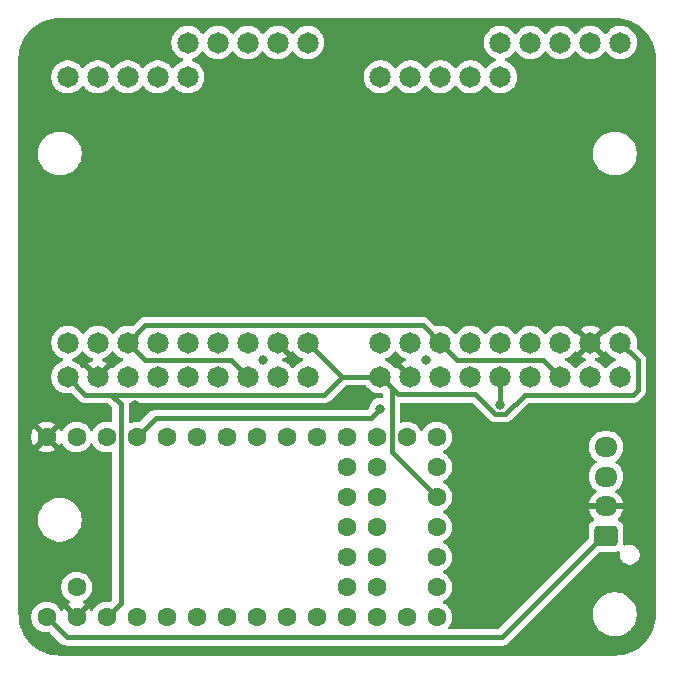
<source format=gtl>
G04 #@! TF.GenerationSoftware,KiCad,Pcbnew,9.0.0*
G04 #@! TF.CreationDate,2025-04-17T11:42:55-07:00*
G04 #@! TF.ProjectId,Teensy_Telemetry_Compact,5465656e-7379-45f5-9465-6c656d657472,rev?*
G04 #@! TF.SameCoordinates,Original*
G04 #@! TF.FileFunction,Copper,L1,Top*
G04 #@! TF.FilePolarity,Positive*
%FSLAX46Y46*%
G04 Gerber Fmt 4.6, Leading zero omitted, Abs format (unit mm)*
G04 Created by KiCad (PCBNEW 9.0.0) date 2025-04-17 11:42:55*
%MOMM*%
%LPD*%
G01*
G04 APERTURE LIST*
G04 Aperture macros list*
%AMRoundRect*
0 Rectangle with rounded corners*
0 $1 Rounding radius*
0 $2 $3 $4 $5 $6 $7 $8 $9 X,Y pos of 4 corners*
0 Add a 4 corners polygon primitive as box body*
4,1,4,$2,$3,$4,$5,$6,$7,$8,$9,$2,$3,0*
0 Add four circle primitives for the rounded corners*
1,1,$1+$1,$2,$3*
1,1,$1+$1,$4,$5*
1,1,$1+$1,$6,$7*
1,1,$1+$1,$8,$9*
0 Add four rect primitives between the rounded corners*
20,1,$1+$1,$2,$3,$4,$5,0*
20,1,$1+$1,$4,$5,$6,$7,0*
20,1,$1+$1,$6,$7,$8,$9,0*
20,1,$1+$1,$8,$9,$2,$3,0*%
G04 Aperture macros list end*
G04 #@! TA.AperFunction,ComponentPad*
%ADD10C,1.810000*%
G04 #@! TD*
G04 #@! TA.AperFunction,ComponentPad*
%ADD11RoundRect,0.250000X0.725000X-0.600000X0.725000X0.600000X-0.725000X0.600000X-0.725000X-0.600000X0*%
G04 #@! TD*
G04 #@! TA.AperFunction,ComponentPad*
%ADD12O,1.950000X1.700000*%
G04 #@! TD*
G04 #@! TA.AperFunction,ComponentPad*
%ADD13C,1.600000*%
G04 #@! TD*
G04 #@! TA.AperFunction,ViaPad*
%ADD14C,0.800000*%
G04 #@! TD*
G04 #@! TA.AperFunction,Conductor*
%ADD15C,0.400000*%
G04 #@! TD*
G04 APERTURE END LIST*
D10*
X109640000Y-114900000D03*
X112180000Y-114900000D03*
X114720000Y-114900000D03*
X117260000Y-114900000D03*
X119800000Y-114900000D03*
X122340000Y-114900000D03*
X124880000Y-114900000D03*
X127420000Y-114900000D03*
X129960000Y-114900000D03*
X109640000Y-89500000D03*
X112180000Y-89500000D03*
X114720000Y-89500000D03*
X117260000Y-89500000D03*
X119800000Y-89500000D03*
D11*
X128750000Y-128350000D03*
D12*
X128750000Y-125850000D03*
X128750000Y-123350000D03*
X128750000Y-120850000D03*
D10*
X83175000Y-114905000D03*
X85715000Y-114905000D03*
X88255000Y-114905000D03*
X90795000Y-114905000D03*
X93335000Y-114905000D03*
X95875000Y-114905000D03*
X98415000Y-114905000D03*
X100955000Y-114905000D03*
X103495000Y-114905000D03*
X83175000Y-89505000D03*
X85715000Y-89505000D03*
X88255000Y-89505000D03*
X90795000Y-89505000D03*
X93335000Y-89505000D03*
X103495000Y-112000000D03*
X100955000Y-112000000D03*
X98415000Y-112000000D03*
X95875000Y-112000000D03*
X93335000Y-112000000D03*
X90795000Y-112000000D03*
X88255000Y-112000000D03*
X85715000Y-112000000D03*
X83175000Y-112000000D03*
X103495000Y-86600000D03*
X100955000Y-86600000D03*
X98415000Y-86600000D03*
X95875000Y-86600000D03*
X93335000Y-86600000D03*
D13*
X81380000Y-120000000D03*
X83920000Y-120000000D03*
X86460000Y-120000000D03*
X89000000Y-120000000D03*
X91540000Y-120000000D03*
X94080000Y-120000000D03*
X96620000Y-120000000D03*
X99160000Y-120000000D03*
X101700000Y-120000000D03*
X104240000Y-120000000D03*
X106780000Y-120000000D03*
X109320000Y-120000000D03*
X111860000Y-120000000D03*
X114400000Y-120000000D03*
X114400000Y-122540000D03*
X114400000Y-125080000D03*
X114400000Y-127620000D03*
X114400000Y-130160000D03*
X114400000Y-132700000D03*
X114400000Y-135240000D03*
X111860000Y-135240000D03*
X109320000Y-135240000D03*
X106780000Y-135240000D03*
X104240000Y-135240000D03*
X101700000Y-135240000D03*
X99160000Y-135240000D03*
X96620000Y-135240000D03*
X94080000Y-135240000D03*
X91540000Y-135240000D03*
X89000000Y-135240000D03*
X86460000Y-135240000D03*
X83920000Y-135240000D03*
X81380000Y-135240000D03*
X83920000Y-132700000D03*
X109320000Y-132700000D03*
X106780000Y-132700000D03*
X109320000Y-130160000D03*
X106780000Y-130160000D03*
X109320000Y-127620000D03*
X106780000Y-127620000D03*
X109320000Y-125080000D03*
X106780000Y-125080000D03*
X109320000Y-122540000D03*
X106780000Y-122540000D03*
D10*
X129960000Y-112000000D03*
X127420000Y-112000000D03*
X124880000Y-112000000D03*
X122340000Y-112000000D03*
X119800000Y-112000000D03*
X117260000Y-112000000D03*
X114720000Y-112000000D03*
X112180000Y-112000000D03*
X109640000Y-112000000D03*
X129960000Y-86600000D03*
X127420000Y-86600000D03*
X124880000Y-86600000D03*
X122340000Y-86600000D03*
X119800000Y-86600000D03*
D14*
X124000000Y-137000000D03*
X82000000Y-122500000D03*
X106000000Y-109000000D03*
X108000000Y-108000000D03*
X107000000Y-109000000D03*
X124000000Y-136000000D03*
X106000000Y-108000000D03*
X108275000Y-117200000D03*
X108000000Y-109000000D03*
X125000000Y-137000000D03*
X88900000Y-117300000D03*
X84000000Y-122500000D03*
X83000000Y-122500000D03*
X107000000Y-108000000D03*
X125000000Y-136000000D03*
X88900000Y-118200000D03*
X99680000Y-113460000D03*
X119800000Y-117250000D03*
X113500000Y-113500000D03*
X109600000Y-117600000D03*
D15*
X106395000Y-114900000D02*
X104895000Y-116400000D01*
X117675000Y-116375000D02*
X119351000Y-118051000D01*
X106395000Y-114900000D02*
X103495000Y-112000000D01*
X131000000Y-116425000D02*
X131425000Y-116000000D01*
X109640000Y-114900000D02*
X106395000Y-114900000D01*
X131425000Y-116000000D02*
X131425000Y-113465000D01*
X87661000Y-134039000D02*
X86460000Y-135240000D01*
X87661000Y-117211000D02*
X87661000Y-134039000D01*
X110590000Y-115850000D02*
X110590000Y-116375000D01*
X109640000Y-114900000D02*
X110590000Y-115850000D01*
X110590000Y-121270000D02*
X114400000Y-125080000D01*
X131425000Y-113465000D02*
X129960000Y-112000000D01*
X104895000Y-116400000D02*
X86850000Y-116400000D01*
X84670000Y-116400000D02*
X83175000Y-114905000D01*
X86850000Y-116400000D02*
X87661000Y-117211000D01*
X120224000Y-118051000D02*
X121850000Y-116425000D01*
X121850000Y-116425000D02*
X131000000Y-116425000D01*
X86850000Y-116400000D02*
X84670000Y-116400000D01*
X110590000Y-115850000D02*
X111115000Y-116375000D01*
X111115000Y-116375000D02*
X117675000Y-116375000D01*
X110590000Y-116375000D02*
X110590000Y-121270000D01*
X119351000Y-118051000D02*
X120224000Y-118051000D01*
X83090000Y-136950000D02*
X81380000Y-135240000D01*
X128730000Y-128320000D02*
X128580000Y-128320000D01*
X128580000Y-128320000D02*
X119950000Y-136950000D01*
X119950000Y-136950000D02*
X83090000Y-136950000D01*
X119800000Y-117250000D02*
X119800000Y-114900000D01*
X124880000Y-114900000D02*
X123430000Y-113450000D01*
X88255000Y-112000000D02*
X89755000Y-113500000D01*
X97010000Y-113500000D02*
X98415000Y-114905000D01*
X89755000Y-113500000D02*
X97010000Y-113500000D01*
X113270000Y-110550000D02*
X89705000Y-110550000D01*
X89705000Y-110550000D02*
X88255000Y-112000000D01*
X116170000Y-113450000D02*
X114720000Y-112000000D01*
X114720000Y-112000000D02*
X113270000Y-110550000D01*
X123430000Y-113450000D02*
X116170000Y-113450000D01*
X108824000Y-118376000D02*
X90624000Y-118376000D01*
X109600000Y-117600000D02*
X108824000Y-118376000D01*
X90624000Y-118376000D02*
X89000000Y-120000000D01*
G04 #@! TA.AperFunction,Conductor*
G36*
X108353717Y-115602041D02*
G01*
X108359079Y-115600955D01*
X108386883Y-115611780D01*
X108415507Y-115620185D01*
X108420441Y-115624845D01*
X108424188Y-115626304D01*
X108448786Y-115651614D01*
X108567945Y-115815622D01*
X108724378Y-115972055D01*
X108903357Y-116102091D01*
X108990599Y-116146543D01*
X109100470Y-116202526D01*
X109100472Y-116202526D01*
X109100475Y-116202528D01*
X109213257Y-116239173D01*
X109310877Y-116270892D01*
X109529380Y-116305500D01*
X109529385Y-116305500D01*
X109750615Y-116305500D01*
X109755466Y-116305118D01*
X109755653Y-116307501D01*
X109764515Y-116308627D01*
X109783147Y-116305949D01*
X109798459Y-116312941D01*
X109815157Y-116315064D01*
X109829581Y-116327154D01*
X109846703Y-116334974D01*
X109855803Y-116349134D01*
X109868704Y-116359948D01*
X109874301Y-116377918D01*
X109884477Y-116393752D01*
X109888972Y-116425016D01*
X109889483Y-116426656D01*
X109889500Y-116428687D01*
X109889500Y-116588348D01*
X109869815Y-116655387D01*
X109817011Y-116701142D01*
X109747853Y-116711086D01*
X109741310Y-116709966D01*
X109688691Y-116699500D01*
X109511309Y-116699500D01*
X109511306Y-116699500D01*
X109337341Y-116734103D01*
X109337332Y-116734106D01*
X109173459Y-116801983D01*
X109173446Y-116801990D01*
X109025965Y-116900535D01*
X109025961Y-116900538D01*
X108900538Y-117025961D01*
X108900535Y-117025965D01*
X108801990Y-117173446D01*
X108801983Y-117173459D01*
X108734106Y-117337332D01*
X108734104Y-117337340D01*
X108707202Y-117472585D01*
X108698437Y-117489340D01*
X108694418Y-117507819D01*
X108675673Y-117532857D01*
X108674817Y-117534496D01*
X108673267Y-117536073D01*
X108570162Y-117639180D01*
X108508839Y-117672666D01*
X108482480Y-117675500D01*
X90555004Y-117675500D01*
X90419677Y-117702418D01*
X90419667Y-117702421D01*
X90292192Y-117755222D01*
X90177454Y-117831887D01*
X89326147Y-118683194D01*
X89264824Y-118716679D01*
X89219068Y-118717986D01*
X89161745Y-118708907D01*
X89102352Y-118699500D01*
X88897648Y-118699500D01*
X88873329Y-118703351D01*
X88695465Y-118731522D01*
X88586679Y-118766870D01*
X88523817Y-118787295D01*
X88453977Y-118789290D01*
X88394144Y-118753210D01*
X88363316Y-118690509D01*
X88361500Y-118669364D01*
X88361500Y-117224500D01*
X88381185Y-117157461D01*
X88433989Y-117111706D01*
X88485500Y-117100500D01*
X104963996Y-117100500D01*
X105055040Y-117082389D01*
X105099328Y-117073580D01*
X105166455Y-117045775D01*
X105226807Y-117020777D01*
X105226808Y-117020776D01*
X105226811Y-117020775D01*
X105341543Y-116944114D01*
X106648837Y-115636818D01*
X106710160Y-115603334D01*
X106736518Y-115600500D01*
X108348468Y-115600500D01*
X108353717Y-115602041D01*
G37*
G04 #@! TD.AperFunction*
G04 #@! TA.AperFunction,Conductor*
G36*
X84531420Y-112765211D02*
G01*
X84545317Y-112781249D01*
X84642945Y-112915622D01*
X84799378Y-113072055D01*
X84978357Y-113202091D01*
X85175475Y-113302528D01*
X85274894Y-113334831D01*
X85332570Y-113374269D01*
X85359768Y-113438627D01*
X85347853Y-113507474D01*
X85300609Y-113558949D01*
X85274896Y-113570693D01*
X85175661Y-113602937D01*
X84978622Y-113703334D01*
X84913906Y-113750352D01*
X85606003Y-114442449D01*
X85531657Y-114462370D01*
X85423343Y-114524905D01*
X85334905Y-114613343D01*
X85272370Y-114721657D01*
X85252449Y-114796003D01*
X84560352Y-114103906D01*
X84560351Y-114103906D01*
X84545626Y-114124174D01*
X84490296Y-114166840D01*
X84420683Y-114172819D01*
X84358888Y-114140213D01*
X84344990Y-114124174D01*
X84344682Y-114123750D01*
X84247055Y-113989378D01*
X84090622Y-113832945D01*
X83911643Y-113702909D01*
X83714525Y-113602472D01*
X83615913Y-113570431D01*
X83558237Y-113530993D01*
X83531039Y-113466635D01*
X83542954Y-113397788D01*
X83590198Y-113346313D01*
X83615913Y-113334569D01*
X83624416Y-113331806D01*
X83714525Y-113302528D01*
X83911643Y-113202091D01*
X84090622Y-113072055D01*
X84247055Y-112915622D01*
X84344682Y-112781249D01*
X84400012Y-112738584D01*
X84469625Y-112732605D01*
X84531420Y-112765211D01*
G37*
G04 #@! TD.AperFunction*
G04 #@! TA.AperFunction,Conductor*
G36*
X87071420Y-112765211D02*
G01*
X87085317Y-112781249D01*
X87182945Y-112915622D01*
X87339378Y-113072055D01*
X87518357Y-113202091D01*
X87611485Y-113249542D01*
X87715470Y-113302526D01*
X87715472Y-113302526D01*
X87715475Y-113302528D01*
X87801311Y-113330418D01*
X87814087Y-113334569D01*
X87871762Y-113374007D01*
X87898960Y-113438366D01*
X87887045Y-113507212D01*
X87839801Y-113558688D01*
X87814087Y-113570431D01*
X87715470Y-113602473D01*
X87518356Y-113702909D01*
X87416242Y-113777099D01*
X87339378Y-113832945D01*
X87339376Y-113832947D01*
X87339375Y-113832947D01*
X87182947Y-113989375D01*
X87182947Y-113989376D01*
X87182945Y-113989378D01*
X87182943Y-113989381D01*
X87085009Y-114124175D01*
X87029679Y-114166840D01*
X86960065Y-114172819D01*
X86898270Y-114140213D01*
X86884373Y-114124175D01*
X86869646Y-114103906D01*
X86869646Y-114103905D01*
X86177550Y-114796001D01*
X86157630Y-114721657D01*
X86095095Y-114613343D01*
X86006657Y-114524905D01*
X85898343Y-114462370D01*
X85823997Y-114442449D01*
X86516093Y-113750352D01*
X86516092Y-113750350D01*
X86451384Y-113703338D01*
X86254336Y-113602936D01*
X86155104Y-113570693D01*
X86097429Y-113531255D01*
X86070231Y-113466896D01*
X86082146Y-113398049D01*
X86129391Y-113346574D01*
X86155101Y-113334832D01*
X86254525Y-113302528D01*
X86451643Y-113202091D01*
X86630622Y-113072055D01*
X86787055Y-112915622D01*
X86884682Y-112781249D01*
X86940012Y-112738584D01*
X87009625Y-112732605D01*
X87071420Y-112765211D01*
G37*
G04 #@! TD.AperFunction*
G04 #@! TA.AperFunction,Conductor*
G36*
X110996420Y-112765211D02*
G01*
X111010317Y-112781249D01*
X111107945Y-112915622D01*
X111264378Y-113072055D01*
X111443357Y-113202091D01*
X111640475Y-113302528D01*
X111732200Y-113332331D01*
X111789876Y-113371769D01*
X111817074Y-113436127D01*
X111805159Y-113504973D01*
X111757915Y-113556449D01*
X111732202Y-113568192D01*
X111640666Y-113597934D01*
X111443622Y-113698334D01*
X111378906Y-113745352D01*
X112071003Y-114437449D01*
X111996657Y-114457370D01*
X111888343Y-114519905D01*
X111799905Y-114608343D01*
X111737370Y-114716657D01*
X111717449Y-114791003D01*
X111025352Y-114098906D01*
X111025351Y-114098906D01*
X111010626Y-114119174D01*
X110955296Y-114161840D01*
X110885683Y-114167819D01*
X110823888Y-114135213D01*
X110809990Y-114119174D01*
X110798897Y-114103906D01*
X110712055Y-113984378D01*
X110555622Y-113827945D01*
X110376643Y-113697909D01*
X110179525Y-113597472D01*
X110088606Y-113567930D01*
X110030931Y-113528493D01*
X110003733Y-113464135D01*
X110015648Y-113395288D01*
X110062892Y-113343813D01*
X110088607Y-113332069D01*
X110089416Y-113331806D01*
X110179525Y-113302528D01*
X110376643Y-113202091D01*
X110555622Y-113072055D01*
X110712055Y-112915622D01*
X110809682Y-112781249D01*
X110865012Y-112738584D01*
X110934625Y-112732605D01*
X110996420Y-112765211D01*
G37*
G04 #@! TD.AperFunction*
G04 #@! TA.AperFunction,Conductor*
G36*
X102109646Y-112801093D02*
G01*
X102109646Y-112801092D01*
X102124373Y-112780824D01*
X102179703Y-112738159D01*
X102249317Y-112732180D01*
X102311112Y-112764786D01*
X102325008Y-112780824D01*
X102422945Y-112915622D01*
X102579378Y-113072055D01*
X102758357Y-113202091D01*
X102851485Y-113249542D01*
X102955470Y-113302526D01*
X102955472Y-113302526D01*
X102955475Y-113302528D01*
X103041311Y-113330418D01*
X103054087Y-113334569D01*
X103111762Y-113374007D01*
X103138960Y-113438366D01*
X103127045Y-113507212D01*
X103079801Y-113558688D01*
X103054087Y-113570431D01*
X102955470Y-113602473D01*
X102758356Y-113702909D01*
X102656242Y-113777099D01*
X102579378Y-113832945D01*
X102579376Y-113832947D01*
X102579375Y-113832947D01*
X102422947Y-113989375D01*
X102422947Y-113989376D01*
X102422945Y-113989378D01*
X102325318Y-114123750D01*
X102269988Y-114166415D01*
X102200374Y-114172394D01*
X102138579Y-114139788D01*
X102124682Y-114123750D01*
X102027055Y-113989378D01*
X101870622Y-113832945D01*
X101691643Y-113702909D01*
X101641913Y-113677570D01*
X101494529Y-113602473D01*
X101395104Y-113570168D01*
X101337429Y-113530730D01*
X101310231Y-113466371D01*
X101322146Y-113397525D01*
X101369390Y-113346049D01*
X101395105Y-113334306D01*
X101494335Y-113302063D01*
X101691380Y-113201664D01*
X101756092Y-113154646D01*
X101756093Y-113154646D01*
X101063997Y-112462550D01*
X101138343Y-112442630D01*
X101246657Y-112380095D01*
X101335095Y-112291657D01*
X101397630Y-112183343D01*
X101417550Y-112108997D01*
X102109646Y-112801093D01*
G37*
G04 #@! TD.AperFunction*
G04 #@! TA.AperFunction,Conductor*
G36*
X126977370Y-112183343D02*
G01*
X127039905Y-112291657D01*
X127128343Y-112380095D01*
X127236657Y-112442630D01*
X127311002Y-112462550D01*
X126618905Y-113154646D01*
X126683618Y-113201663D01*
X126880662Y-113302063D01*
X126972201Y-113331806D01*
X127029876Y-113371244D01*
X127057074Y-113435603D01*
X127045159Y-113504449D01*
X126997915Y-113555925D01*
X126972201Y-113567668D01*
X126880471Y-113597473D01*
X126683356Y-113697909D01*
X126618057Y-113745352D01*
X126504378Y-113827945D01*
X126504376Y-113827947D01*
X126504375Y-113827947D01*
X126347947Y-113984375D01*
X126347947Y-113984376D01*
X126347945Y-113984378D01*
X126261103Y-114103906D01*
X126250318Y-114118750D01*
X126194988Y-114161415D01*
X126125374Y-114167394D01*
X126063579Y-114134788D01*
X126049682Y-114118750D01*
X126038897Y-114103906D01*
X125952055Y-113984378D01*
X125795622Y-113827945D01*
X125616643Y-113697909D01*
X125419525Y-113597472D01*
X125328606Y-113567930D01*
X125270931Y-113528493D01*
X125243733Y-113464135D01*
X125255648Y-113395288D01*
X125302892Y-113343813D01*
X125328607Y-113332069D01*
X125329416Y-113331806D01*
X125419525Y-113302528D01*
X125616643Y-113202091D01*
X125795622Y-113072055D01*
X125952055Y-112915622D01*
X126049990Y-112780825D01*
X126105320Y-112738160D01*
X126174933Y-112732181D01*
X126236728Y-112764787D01*
X126250626Y-112780826D01*
X126265350Y-112801092D01*
X126265352Y-112801093D01*
X126957449Y-112108996D01*
X126977370Y-112183343D01*
G37*
G04 #@! TD.AperFunction*
G04 #@! TA.AperFunction,Conductor*
G36*
X128574646Y-112801093D02*
G01*
X128574646Y-112801092D01*
X128589373Y-112780824D01*
X128644703Y-112738159D01*
X128714317Y-112732180D01*
X128776112Y-112764786D01*
X128790008Y-112780824D01*
X128887945Y-112915622D01*
X129044378Y-113072055D01*
X129223357Y-113202091D01*
X129316485Y-113249542D01*
X129420470Y-113302526D01*
X129420472Y-113302526D01*
X129420475Y-113302528D01*
X129510584Y-113331806D01*
X129511393Y-113332069D01*
X129569068Y-113371507D01*
X129596266Y-113435866D01*
X129584351Y-113504712D01*
X129537107Y-113556188D01*
X129511393Y-113567931D01*
X129420470Y-113597473D01*
X129223356Y-113697909D01*
X129158057Y-113745352D01*
X129044378Y-113827945D01*
X129044376Y-113827947D01*
X129044375Y-113827947D01*
X128887947Y-113984375D01*
X128887947Y-113984376D01*
X128887945Y-113984378D01*
X128801103Y-114103906D01*
X128790318Y-114118750D01*
X128734988Y-114161415D01*
X128665374Y-114167394D01*
X128603579Y-114134788D01*
X128589682Y-114118750D01*
X128578897Y-114103906D01*
X128492055Y-113984378D01*
X128335622Y-113827945D01*
X128156643Y-113697909D01*
X128096719Y-113667376D01*
X127959529Y-113597473D01*
X127867798Y-113567668D01*
X127810123Y-113528230D01*
X127782925Y-113463871D01*
X127794840Y-113395025D01*
X127842084Y-113343549D01*
X127867799Y-113331806D01*
X127959335Y-113302063D01*
X128156380Y-113201664D01*
X128221092Y-113154646D01*
X128221093Y-113154646D01*
X127528996Y-112462550D01*
X127603343Y-112442630D01*
X127711657Y-112380095D01*
X127800095Y-112291657D01*
X127862630Y-112183343D01*
X127882550Y-112108996D01*
X128574646Y-112801093D01*
G37*
G04 #@! TD.AperFunction*
G04 #@! TA.AperFunction,Conductor*
G36*
X129503032Y-84500648D02*
G01*
X129806846Y-84515574D01*
X129813661Y-84516099D01*
X129882848Y-84523371D01*
X129887986Y-84524022D01*
X130153502Y-84563408D01*
X130161000Y-84564760D01*
X130223686Y-84578084D01*
X130227890Y-84579056D01*
X130494442Y-84645824D01*
X130502604Y-84648170D01*
X130553306Y-84664644D01*
X130556660Y-84665788D01*
X130826065Y-84762184D01*
X130834686Y-84765639D01*
X130865509Y-84779362D01*
X130868053Y-84780530D01*
X131144156Y-84911117D01*
X131154876Y-84916847D01*
X131283431Y-84993900D01*
X131438988Y-85087137D01*
X131449106Y-85093897D01*
X131715170Y-85291224D01*
X131724576Y-85298944D01*
X131970013Y-85521395D01*
X131978604Y-85529986D01*
X132084091Y-85646373D01*
X132201055Y-85775423D01*
X132208775Y-85784829D01*
X132406102Y-86050893D01*
X132412862Y-86061011D01*
X132583144Y-86345110D01*
X132588881Y-86355842D01*
X132719468Y-86631945D01*
X132720652Y-86634525D01*
X132734349Y-86665288D01*
X132737821Y-86673950D01*
X132834185Y-86943267D01*
X132835365Y-86946725D01*
X132851827Y-86997391D01*
X132854180Y-87005578D01*
X132920926Y-87272042D01*
X132921932Y-87276391D01*
X132935229Y-87338948D01*
X132936597Y-87346535D01*
X132975970Y-87611968D01*
X132976633Y-87617201D01*
X132983896Y-87686305D01*
X132984426Y-87693181D01*
X132999351Y-87996967D01*
X132999500Y-88003052D01*
X132999500Y-134996947D01*
X132999351Y-135003032D01*
X132984426Y-135306817D01*
X132983896Y-135313693D01*
X132976633Y-135382797D01*
X132975970Y-135388030D01*
X132936597Y-135653463D01*
X132935229Y-135661050D01*
X132921932Y-135723607D01*
X132920926Y-135727956D01*
X132854180Y-135994420D01*
X132851827Y-136002607D01*
X132835365Y-136053273D01*
X132834185Y-136056731D01*
X132737821Y-136326048D01*
X132734349Y-136334710D01*
X132720652Y-136365473D01*
X132719468Y-136368053D01*
X132588882Y-136644153D01*
X132583146Y-136654884D01*
X132412861Y-136938990D01*
X132406100Y-136949109D01*
X132208775Y-137215170D01*
X132201055Y-137224576D01*
X131978611Y-137470006D01*
X131970006Y-137478611D01*
X131724576Y-137701055D01*
X131715170Y-137708775D01*
X131449109Y-137906100D01*
X131438990Y-137912861D01*
X131154884Y-138083146D01*
X131144153Y-138088882D01*
X130868053Y-138219468D01*
X130865473Y-138220652D01*
X130834710Y-138234349D01*
X130826048Y-138237821D01*
X130556731Y-138334185D01*
X130553273Y-138335365D01*
X130502607Y-138351827D01*
X130494420Y-138354180D01*
X130227956Y-138420926D01*
X130223607Y-138421932D01*
X130161050Y-138435229D01*
X130153463Y-138436597D01*
X129888030Y-138475970D01*
X129882797Y-138476633D01*
X129813693Y-138483896D01*
X129806817Y-138484426D01*
X129503033Y-138499351D01*
X129496948Y-138499500D01*
X82503052Y-138499500D01*
X82496967Y-138499351D01*
X82193181Y-138484426D01*
X82186305Y-138483896D01*
X82117201Y-138476633D01*
X82111968Y-138475970D01*
X81846535Y-138436597D01*
X81838948Y-138435229D01*
X81776391Y-138421932D01*
X81772042Y-138420926D01*
X81505578Y-138354180D01*
X81497391Y-138351827D01*
X81446725Y-138335365D01*
X81443267Y-138334185D01*
X81173950Y-138237821D01*
X81165288Y-138234349D01*
X81134525Y-138220652D01*
X81131945Y-138219468D01*
X80855842Y-138088881D01*
X80845110Y-138083144D01*
X80561011Y-137912862D01*
X80550893Y-137906102D01*
X80284829Y-137708775D01*
X80275423Y-137701055D01*
X80219644Y-137650500D01*
X80029986Y-137478604D01*
X80021395Y-137470013D01*
X79798944Y-137224576D01*
X79791224Y-137215170D01*
X79593897Y-136949106D01*
X79587137Y-136938988D01*
X79416847Y-136654876D01*
X79411117Y-136644156D01*
X79280530Y-136368053D01*
X79279346Y-136365473D01*
X79273474Y-136352284D01*
X79265639Y-136334686D01*
X79262184Y-136326065D01*
X79165788Y-136056660D01*
X79164644Y-136053306D01*
X79148170Y-136002604D01*
X79145824Y-135994442D01*
X79079056Y-135727890D01*
X79078084Y-135723686D01*
X79064760Y-135661000D01*
X79063408Y-135653502D01*
X79024022Y-135387986D01*
X79023371Y-135382848D01*
X79016099Y-135313661D01*
X79015574Y-135306846D01*
X79007262Y-135137648D01*
X80079500Y-135137648D01*
X80079500Y-135342352D01*
X80082578Y-135361785D01*
X80111522Y-135544534D01*
X80174781Y-135739223D01*
X80267715Y-135921613D01*
X80388028Y-136087213D01*
X80532786Y-136231971D01*
X80687749Y-136344556D01*
X80698390Y-136352287D01*
X80814607Y-136411503D01*
X80880776Y-136445218D01*
X80880778Y-136445218D01*
X80880781Y-136445220D01*
X80985137Y-136479127D01*
X81075465Y-136508477D01*
X81176557Y-136524488D01*
X81277648Y-136540500D01*
X81277649Y-136540500D01*
X81482350Y-136540500D01*
X81482352Y-136540500D01*
X81599068Y-136522013D01*
X81668362Y-136530967D01*
X81706148Y-136556805D01*
X82643453Y-137494111D01*
X82643454Y-137494112D01*
X82758190Y-137570776D01*
X82821086Y-137596828D01*
X82885671Y-137623580D01*
X82885672Y-137623580D01*
X82885677Y-137623582D01*
X82912545Y-137628925D01*
X82912551Y-137628926D01*
X82912591Y-137628934D01*
X83002937Y-137646905D01*
X83021006Y-137650500D01*
X83021007Y-137650500D01*
X120018996Y-137650500D01*
X120127457Y-137628925D01*
X120154328Y-137623580D01*
X120218913Y-137596828D01*
X120281807Y-137570777D01*
X120281808Y-137570776D01*
X120281811Y-137570775D01*
X120396543Y-137494114D01*
X123011946Y-134878711D01*
X127649500Y-134878711D01*
X127649500Y-135121288D01*
X127681161Y-135361785D01*
X127743947Y-135596104D01*
X127836773Y-135820205D01*
X127836777Y-135820214D01*
X127841803Y-135828919D01*
X127958064Y-136030289D01*
X127958066Y-136030292D01*
X127958067Y-136030293D01*
X128105733Y-136222736D01*
X128105739Y-136222743D01*
X128277256Y-136394260D01*
X128277262Y-136394265D01*
X128469711Y-136541936D01*
X128679788Y-136663224D01*
X128903900Y-136756054D01*
X129138211Y-136818838D01*
X129318586Y-136842584D01*
X129378711Y-136850500D01*
X129378712Y-136850500D01*
X129621289Y-136850500D01*
X129669388Y-136844167D01*
X129861789Y-136818838D01*
X130096100Y-136756054D01*
X130320212Y-136663224D01*
X130530289Y-136541936D01*
X130722738Y-136394265D01*
X130894265Y-136222738D01*
X131041936Y-136030289D01*
X131163224Y-135820212D01*
X131256054Y-135596100D01*
X131318838Y-135361789D01*
X131350500Y-135121288D01*
X131350500Y-134878712D01*
X131318838Y-134638211D01*
X131256054Y-134403900D01*
X131163224Y-134179788D01*
X131041936Y-133969711D01*
X130894265Y-133777262D01*
X130894260Y-133777256D01*
X130722743Y-133605739D01*
X130722736Y-133605733D01*
X130530293Y-133458067D01*
X130530292Y-133458066D01*
X130530289Y-133458064D01*
X130320212Y-133336776D01*
X130320205Y-133336773D01*
X130096104Y-133243947D01*
X129861785Y-133181161D01*
X129621289Y-133149500D01*
X129621288Y-133149500D01*
X129378712Y-133149500D01*
X129378711Y-133149500D01*
X129138214Y-133181161D01*
X128903895Y-133243947D01*
X128679794Y-133336773D01*
X128679785Y-133336777D01*
X128469706Y-133458067D01*
X128277263Y-133605733D01*
X128277256Y-133605739D01*
X128105739Y-133777256D01*
X128105733Y-133777263D01*
X127958067Y-133969706D01*
X127958064Y-133969710D01*
X127958064Y-133969711D01*
X127957018Y-133971523D01*
X127836777Y-134179785D01*
X127836773Y-134179794D01*
X127743947Y-134403895D01*
X127681161Y-134638214D01*
X127649500Y-134878711D01*
X123011946Y-134878711D01*
X124343438Y-133547219D01*
X128153838Y-129736818D01*
X128215161Y-129703333D01*
X128241519Y-129700499D01*
X129525002Y-129700499D01*
X129525008Y-129700499D01*
X129627797Y-129689999D01*
X129754031Y-129648168D01*
X129823855Y-129645767D01*
X129883897Y-129681498D01*
X129915091Y-129744018D01*
X129914650Y-129790065D01*
X129899500Y-129866234D01*
X129899500Y-130033771D01*
X129932182Y-130198074D01*
X129932184Y-130198082D01*
X129996295Y-130352860D01*
X130089373Y-130492162D01*
X130207837Y-130610626D01*
X130280562Y-130659219D01*
X130347137Y-130703703D01*
X130501918Y-130767816D01*
X130666228Y-130800499D01*
X130666232Y-130800500D01*
X130666233Y-130800500D01*
X130833768Y-130800500D01*
X130833769Y-130800499D01*
X130998082Y-130767816D01*
X131152863Y-130703703D01*
X131292162Y-130610626D01*
X131410626Y-130492162D01*
X131503703Y-130352863D01*
X131567816Y-130198082D01*
X131600500Y-130033767D01*
X131600500Y-129866233D01*
X131567816Y-129701918D01*
X131503703Y-129547137D01*
X131457765Y-129478386D01*
X131410626Y-129407837D01*
X131292162Y-129289373D01*
X131152860Y-129196295D01*
X130998082Y-129132184D01*
X130998074Y-129132182D01*
X130833771Y-129099500D01*
X130833767Y-129099500D01*
X130666233Y-129099500D01*
X130666228Y-129099500D01*
X130501925Y-129132182D01*
X130501913Y-129132185D01*
X130391109Y-129178082D01*
X130321640Y-129185551D01*
X130259161Y-129154276D01*
X130223509Y-129094187D01*
X130220299Y-129050918D01*
X130225499Y-129000016D01*
X130225500Y-129000009D01*
X130225499Y-127699992D01*
X130214999Y-127597203D01*
X130159814Y-127430666D01*
X130067712Y-127281344D01*
X129943656Y-127157288D01*
X129794334Y-127065186D01*
X129794332Y-127065185D01*
X129788440Y-127061551D01*
X129741716Y-127009603D01*
X129730493Y-126940641D01*
X129758337Y-126876558D01*
X129765856Y-126868330D01*
X129904728Y-126729458D01*
X130029620Y-126557557D01*
X130126095Y-126368217D01*
X130191757Y-126166129D01*
X130191757Y-126166126D01*
X130202231Y-126100000D01*
X129154146Y-126100000D01*
X129192630Y-126033343D01*
X129225000Y-125912535D01*
X129225000Y-125787465D01*
X129192630Y-125666657D01*
X129154146Y-125600000D01*
X130202231Y-125600000D01*
X130191757Y-125533873D01*
X130191757Y-125533870D01*
X130126095Y-125331782D01*
X130029620Y-125142442D01*
X129904727Y-124970540D01*
X129904723Y-124970535D01*
X129754464Y-124820276D01*
X129754459Y-124820272D01*
X129589781Y-124700627D01*
X129547115Y-124645297D01*
X129541136Y-124575684D01*
X129573741Y-124513889D01*
X129589776Y-124499994D01*
X129754792Y-124380104D01*
X129905104Y-124229792D01*
X129905106Y-124229788D01*
X129905109Y-124229786D01*
X130030048Y-124057820D01*
X130030047Y-124057820D01*
X130030051Y-124057816D01*
X130126557Y-123868412D01*
X130192246Y-123666243D01*
X130225500Y-123456287D01*
X130225500Y-123243713D01*
X130192246Y-123033757D01*
X130126557Y-122831588D01*
X130030051Y-122642184D01*
X130030049Y-122642181D01*
X130030048Y-122642179D01*
X129905109Y-122470213D01*
X129754792Y-122319896D01*
X129677290Y-122263588D01*
X129590204Y-122200316D01*
X129547540Y-122144989D01*
X129541561Y-122075376D01*
X129574166Y-122013580D01*
X129590199Y-121999686D01*
X129754792Y-121880104D01*
X129905104Y-121729792D01*
X129905106Y-121729788D01*
X129905109Y-121729786D01*
X130030048Y-121557820D01*
X130030047Y-121557820D01*
X130030051Y-121557816D01*
X130126557Y-121368412D01*
X130192246Y-121166243D01*
X130225500Y-120956287D01*
X130225500Y-120743713D01*
X130192246Y-120533757D01*
X130126557Y-120331588D01*
X130030051Y-120142184D01*
X130030049Y-120142181D01*
X130030048Y-120142179D01*
X129905109Y-119970213D01*
X129754786Y-119819890D01*
X129582820Y-119694951D01*
X129393414Y-119598444D01*
X129393413Y-119598443D01*
X129393412Y-119598443D01*
X129191243Y-119532754D01*
X129191241Y-119532753D01*
X129191240Y-119532753D01*
X129029957Y-119507208D01*
X128981287Y-119499500D01*
X128518713Y-119499500D01*
X128470042Y-119507208D01*
X128308760Y-119532753D01*
X128106585Y-119598444D01*
X127917179Y-119694951D01*
X127745213Y-119819890D01*
X127594890Y-119970213D01*
X127469951Y-120142179D01*
X127373444Y-120331585D01*
X127373443Y-120331587D01*
X127373443Y-120331588D01*
X127366306Y-120353553D01*
X127307753Y-120533760D01*
X127274500Y-120743713D01*
X127274500Y-120956286D01*
X127299207Y-121112284D01*
X127307754Y-121166243D01*
X127364681Y-121341446D01*
X127373444Y-121368414D01*
X127469951Y-121557820D01*
X127594890Y-121729786D01*
X127745209Y-121880105D01*
X127745214Y-121880109D01*
X127909793Y-121999682D01*
X127952459Y-122055011D01*
X127958438Y-122124625D01*
X127925833Y-122186420D01*
X127909793Y-122200318D01*
X127745214Y-122319890D01*
X127745209Y-122319894D01*
X127594890Y-122470213D01*
X127469951Y-122642179D01*
X127373444Y-122831585D01*
X127307753Y-123033760D01*
X127274500Y-123243713D01*
X127274500Y-123456286D01*
X127305543Y-123652287D01*
X127307754Y-123666243D01*
X127356189Y-123815311D01*
X127373444Y-123868414D01*
X127469951Y-124057820D01*
X127594890Y-124229786D01*
X127745209Y-124380105D01*
X127745214Y-124380109D01*
X127910218Y-124499991D01*
X127952884Y-124555320D01*
X127958863Y-124624934D01*
X127926258Y-124686729D01*
X127910218Y-124700627D01*
X127745540Y-124820272D01*
X127745535Y-124820276D01*
X127595276Y-124970535D01*
X127595272Y-124970540D01*
X127470379Y-125142442D01*
X127373904Y-125331782D01*
X127308242Y-125533870D01*
X127308242Y-125533873D01*
X127297769Y-125600000D01*
X128345854Y-125600000D01*
X128307370Y-125666657D01*
X128275000Y-125787465D01*
X128275000Y-125912535D01*
X128307370Y-126033343D01*
X128345854Y-126100000D01*
X127297769Y-126100000D01*
X127308242Y-126166126D01*
X127308242Y-126166129D01*
X127373904Y-126368217D01*
X127470379Y-126557557D01*
X127595272Y-126729459D01*
X127595276Y-126729464D01*
X127734143Y-126868331D01*
X127767628Y-126929654D01*
X127762644Y-126999346D01*
X127720772Y-127055279D01*
X127711559Y-127061551D01*
X127556342Y-127157289D01*
X127432289Y-127281342D01*
X127340187Y-127430663D01*
X127340186Y-127430666D01*
X127285001Y-127597203D01*
X127285001Y-127597204D01*
X127285000Y-127597204D01*
X127274500Y-127699983D01*
X127274500Y-128583480D01*
X127254815Y-128650519D01*
X127238181Y-128671161D01*
X119696162Y-136213181D01*
X119634839Y-136246666D01*
X119608481Y-136249500D01*
X115517426Y-136249500D01*
X115450387Y-136229815D01*
X115404632Y-136177011D01*
X115394688Y-136107853D01*
X115417108Y-136052615D01*
X115467610Y-135983101D01*
X115512287Y-135921610D01*
X115605220Y-135739219D01*
X115668477Y-135544534D01*
X115700500Y-135342352D01*
X115700500Y-135137648D01*
X115668477Y-134935466D01*
X115652549Y-134886446D01*
X115605218Y-134740776D01*
X115512420Y-134558652D01*
X115512287Y-134558390D01*
X115480092Y-134514077D01*
X115391971Y-134392786D01*
X115247213Y-134248028D01*
X115081614Y-134127715D01*
X115038499Y-134105747D01*
X114988917Y-134080483D01*
X114938123Y-134032511D01*
X114921328Y-133964690D01*
X114943865Y-133898555D01*
X114988917Y-133859516D01*
X115081610Y-133812287D01*
X115129818Y-133777262D01*
X115247213Y-133691971D01*
X115247215Y-133691968D01*
X115247219Y-133691966D01*
X115391966Y-133547219D01*
X115391968Y-133547215D01*
X115391971Y-133547213D01*
X115456740Y-133458064D01*
X115512287Y-133381610D01*
X115605220Y-133199219D01*
X115668477Y-133004534D01*
X115700500Y-132802352D01*
X115700500Y-132597648D01*
X115668477Y-132395466D01*
X115605220Y-132200781D01*
X115605218Y-132200778D01*
X115605218Y-132200776D01*
X115559515Y-132111080D01*
X115512287Y-132018390D01*
X115504556Y-132007749D01*
X115391971Y-131852786D01*
X115247213Y-131708028D01*
X115081614Y-131587715D01*
X115075006Y-131584348D01*
X114988917Y-131540483D01*
X114938123Y-131492511D01*
X114921328Y-131424690D01*
X114943865Y-131358555D01*
X114988917Y-131319516D01*
X115081610Y-131272287D01*
X115102770Y-131256913D01*
X115247213Y-131151971D01*
X115247215Y-131151968D01*
X115247219Y-131151966D01*
X115391966Y-131007219D01*
X115391968Y-131007215D01*
X115391971Y-131007213D01*
X115444732Y-130934590D01*
X115512287Y-130841610D01*
X115605220Y-130659219D01*
X115668477Y-130464534D01*
X115700500Y-130262352D01*
X115700500Y-130057648D01*
X115670183Y-129866234D01*
X115668477Y-129855465D01*
X115618125Y-129700498D01*
X115605220Y-129660781D01*
X115605218Y-129660778D01*
X115605218Y-129660776D01*
X115547315Y-129547137D01*
X115512287Y-129478390D01*
X115468888Y-129418656D01*
X115391971Y-129312786D01*
X115247213Y-129168028D01*
X115081614Y-129047715D01*
X115075006Y-129044348D01*
X114988917Y-129000483D01*
X114938123Y-128952511D01*
X114921328Y-128884690D01*
X114943865Y-128818555D01*
X114988917Y-128779516D01*
X115081610Y-128732287D01*
X115102770Y-128716913D01*
X115247213Y-128611971D01*
X115247215Y-128611968D01*
X115247219Y-128611966D01*
X115391966Y-128467219D01*
X115391968Y-128467215D01*
X115391971Y-128467213D01*
X115444973Y-128394260D01*
X115512287Y-128301610D01*
X115605220Y-128119219D01*
X115668477Y-127924534D01*
X115700500Y-127722352D01*
X115700500Y-127517648D01*
X115668477Y-127315465D01*
X115617082Y-127157288D01*
X115605220Y-127120781D01*
X115605218Y-127120778D01*
X115605218Y-127120776D01*
X115559515Y-127031080D01*
X115512287Y-126938390D01*
X115461386Y-126868330D01*
X115391971Y-126772786D01*
X115247213Y-126628028D01*
X115081614Y-126507715D01*
X115075006Y-126504348D01*
X114988917Y-126460483D01*
X114938123Y-126412511D01*
X114921328Y-126344690D01*
X114943865Y-126278555D01*
X114988917Y-126239516D01*
X115081610Y-126192287D01*
X115151297Y-126141657D01*
X115247213Y-126071971D01*
X115247215Y-126071968D01*
X115247219Y-126071966D01*
X115391966Y-125927219D01*
X115391968Y-125927215D01*
X115391971Y-125927213D01*
X115493502Y-125787465D01*
X115512287Y-125761610D01*
X115605220Y-125579219D01*
X115668477Y-125384534D01*
X115700500Y-125182352D01*
X115700500Y-124977648D01*
X115668477Y-124775466D01*
X115605220Y-124580781D01*
X115605218Y-124580778D01*
X115605218Y-124580776D01*
X115571137Y-124513889D01*
X115512287Y-124398390D01*
X115499001Y-124380103D01*
X115391971Y-124232786D01*
X115247213Y-124088028D01*
X115081614Y-123967715D01*
X115075006Y-123964348D01*
X114988917Y-123920483D01*
X114938123Y-123872511D01*
X114921328Y-123804690D01*
X114943865Y-123738555D01*
X114988917Y-123699516D01*
X115081610Y-123652287D01*
X115102770Y-123636913D01*
X115247213Y-123531971D01*
X115247215Y-123531968D01*
X115247219Y-123531966D01*
X115391966Y-123387219D01*
X115391968Y-123387215D01*
X115391971Y-123387213D01*
X115496228Y-123243713D01*
X115512287Y-123221610D01*
X115605220Y-123039219D01*
X115668477Y-122844534D01*
X115700500Y-122642352D01*
X115700500Y-122437648D01*
X115668477Y-122235466D01*
X115605220Y-122040781D01*
X115605218Y-122040778D01*
X115605218Y-122040776D01*
X115523351Y-121880105D01*
X115512287Y-121858390D01*
X115504556Y-121847749D01*
X115391971Y-121692786D01*
X115247213Y-121548028D01*
X115081614Y-121427715D01*
X115075006Y-121424348D01*
X114988917Y-121380483D01*
X114938123Y-121332511D01*
X114921328Y-121264690D01*
X114943865Y-121198555D01*
X114988917Y-121159516D01*
X115081610Y-121112287D01*
X115126774Y-121079474D01*
X115247213Y-120991971D01*
X115247215Y-120991968D01*
X115247219Y-120991966D01*
X115391966Y-120847219D01*
X115391968Y-120847215D01*
X115391971Y-120847213D01*
X115512285Y-120681613D01*
X115512415Y-120681359D01*
X115605220Y-120499219D01*
X115668477Y-120304534D01*
X115700500Y-120102352D01*
X115700500Y-119897648D01*
X115670000Y-119705081D01*
X115668477Y-119695465D01*
X115624426Y-119559890D01*
X115605220Y-119500781D01*
X115605218Y-119500778D01*
X115605218Y-119500776D01*
X115512420Y-119318652D01*
X115512287Y-119318390D01*
X115480092Y-119274077D01*
X115391971Y-119152786D01*
X115247213Y-119008028D01*
X115081613Y-118887715D01*
X115081612Y-118887714D01*
X115081610Y-118887713D01*
X115024653Y-118858691D01*
X114899223Y-118794781D01*
X114704534Y-118731522D01*
X114529995Y-118703878D01*
X114502352Y-118699500D01*
X114297648Y-118699500D01*
X114273329Y-118703351D01*
X114095465Y-118731522D01*
X113900776Y-118794781D01*
X113718386Y-118887715D01*
X113552786Y-119008028D01*
X113408028Y-119152786D01*
X113287715Y-119318386D01*
X113240485Y-119411080D01*
X113192510Y-119461876D01*
X113124689Y-119478671D01*
X113058554Y-119456134D01*
X113019515Y-119411080D01*
X112972420Y-119318652D01*
X112972287Y-119318390D01*
X112940092Y-119274077D01*
X112851971Y-119152786D01*
X112707213Y-119008028D01*
X112541613Y-118887715D01*
X112541612Y-118887714D01*
X112541610Y-118887713D01*
X112484653Y-118858691D01*
X112359223Y-118794781D01*
X112164534Y-118731522D01*
X111989995Y-118703878D01*
X111962352Y-118699500D01*
X111757648Y-118699500D01*
X111690254Y-118710174D01*
X111555464Y-118731523D01*
X111555461Y-118731523D01*
X111452818Y-118764875D01*
X111382977Y-118766870D01*
X111323144Y-118730790D01*
X111292316Y-118668089D01*
X111290500Y-118646944D01*
X111290500Y-117199500D01*
X111310185Y-117132461D01*
X111362989Y-117086706D01*
X111414500Y-117075500D01*
X117333481Y-117075500D01*
X117400520Y-117095185D01*
X117421162Y-117111819D01*
X118904453Y-118595111D01*
X118904454Y-118595112D01*
X119019192Y-118671777D01*
X119146667Y-118724578D01*
X119146672Y-118724580D01*
X119146676Y-118724580D01*
X119146677Y-118724581D01*
X119282003Y-118751500D01*
X119282006Y-118751500D01*
X120292996Y-118751500D01*
X120390980Y-118732009D01*
X120428328Y-118724580D01*
X120492069Y-118698177D01*
X120555807Y-118671777D01*
X120555808Y-118671776D01*
X120555811Y-118671775D01*
X120670543Y-118595114D01*
X122103838Y-117161819D01*
X122165161Y-117128334D01*
X122191519Y-117125500D01*
X131068996Y-117125500D01*
X131160040Y-117107389D01*
X131204328Y-117098580D01*
X131268069Y-117072177D01*
X131331807Y-117045777D01*
X131331808Y-117045776D01*
X131331811Y-117045775D01*
X131446543Y-116969114D01*
X131969114Y-116446543D01*
X132045775Y-116331811D01*
X132054603Y-116310500D01*
X132074129Y-116263357D01*
X132098580Y-116204328D01*
X132114461Y-116124492D01*
X132125500Y-116068996D01*
X132125500Y-113396010D01*
X132125500Y-113396007D01*
X132124505Y-113391007D01*
X132098580Y-113260672D01*
X132086962Y-113232623D01*
X132045777Y-113133192D01*
X131969112Y-113018454D01*
X131969111Y-113018453D01*
X131368579Y-112417922D01*
X131335094Y-112356599D01*
X131333787Y-112310843D01*
X131365500Y-112110620D01*
X131365500Y-111889379D01*
X131330892Y-111670877D01*
X131262526Y-111460470D01*
X131192475Y-111322989D01*
X131162091Y-111263357D01*
X131032055Y-111084378D01*
X130875622Y-110927945D01*
X130696643Y-110797909D01*
X130499529Y-110697473D01*
X130289122Y-110629107D01*
X130070620Y-110594500D01*
X130070615Y-110594500D01*
X129849385Y-110594500D01*
X129849380Y-110594500D01*
X129630877Y-110629107D01*
X129420470Y-110697473D01*
X129223356Y-110797909D01*
X129158060Y-110845350D01*
X129044378Y-110927945D01*
X129044376Y-110927947D01*
X129044375Y-110927947D01*
X128887947Y-111084375D01*
X128887947Y-111084376D01*
X128887945Y-111084378D01*
X128887943Y-111084381D01*
X128790009Y-111219175D01*
X128734679Y-111261840D01*
X128665065Y-111267819D01*
X128603270Y-111235213D01*
X128589373Y-111219175D01*
X128574646Y-111198906D01*
X128574646Y-111198905D01*
X127882550Y-111891002D01*
X127862630Y-111816657D01*
X127800095Y-111708343D01*
X127711657Y-111619905D01*
X127603343Y-111557370D01*
X127528997Y-111537449D01*
X128221093Y-110845352D01*
X128221092Y-110845350D01*
X128156384Y-110798338D01*
X127959337Y-110697936D01*
X127749005Y-110629594D01*
X127530581Y-110595000D01*
X127309419Y-110595000D01*
X127090994Y-110629594D01*
X126880662Y-110697936D01*
X126683622Y-110798334D01*
X126618906Y-110845352D01*
X127311003Y-111537449D01*
X127236657Y-111557370D01*
X127128343Y-111619905D01*
X127039905Y-111708343D01*
X126977370Y-111816657D01*
X126957449Y-111891003D01*
X126265352Y-111198906D01*
X126265351Y-111198906D01*
X126250626Y-111219174D01*
X126195296Y-111261840D01*
X126125683Y-111267819D01*
X126063888Y-111235213D01*
X126049990Y-111219174D01*
X126049682Y-111218750D01*
X125952055Y-111084378D01*
X125795622Y-110927945D01*
X125616643Y-110797909D01*
X125419529Y-110697473D01*
X125209122Y-110629107D01*
X124990620Y-110594500D01*
X124990615Y-110594500D01*
X124769385Y-110594500D01*
X124769380Y-110594500D01*
X124550877Y-110629107D01*
X124340470Y-110697473D01*
X124143356Y-110797909D01*
X124078060Y-110845350D01*
X123964378Y-110927945D01*
X123964376Y-110927947D01*
X123964375Y-110927947D01*
X123807947Y-111084375D01*
X123807947Y-111084376D01*
X123807945Y-111084378D01*
X123710318Y-111218750D01*
X123654988Y-111261415D01*
X123585374Y-111267394D01*
X123523579Y-111234788D01*
X123509682Y-111218750D01*
X123412055Y-111084378D01*
X123255622Y-110927945D01*
X123076643Y-110797909D01*
X122879529Y-110697473D01*
X122669122Y-110629107D01*
X122450620Y-110594500D01*
X122450615Y-110594500D01*
X122229385Y-110594500D01*
X122229380Y-110594500D01*
X122010877Y-110629107D01*
X121800470Y-110697473D01*
X121603356Y-110797909D01*
X121538060Y-110845350D01*
X121424378Y-110927945D01*
X121424376Y-110927947D01*
X121424375Y-110927947D01*
X121267947Y-111084375D01*
X121267947Y-111084376D01*
X121267945Y-111084378D01*
X121170318Y-111218750D01*
X121114988Y-111261415D01*
X121045374Y-111267394D01*
X120983579Y-111234788D01*
X120969682Y-111218750D01*
X120872055Y-111084378D01*
X120715622Y-110927945D01*
X120536643Y-110797909D01*
X120339529Y-110697473D01*
X120129122Y-110629107D01*
X119910620Y-110594500D01*
X119910615Y-110594500D01*
X119689385Y-110594500D01*
X119689380Y-110594500D01*
X119470877Y-110629107D01*
X119260470Y-110697473D01*
X119063356Y-110797909D01*
X118998060Y-110845350D01*
X118884378Y-110927945D01*
X118884376Y-110927947D01*
X118884375Y-110927947D01*
X118727947Y-111084375D01*
X118727947Y-111084376D01*
X118727945Y-111084378D01*
X118630318Y-111218750D01*
X118574988Y-111261415D01*
X118505374Y-111267394D01*
X118443579Y-111234788D01*
X118429682Y-111218750D01*
X118332055Y-111084378D01*
X118175622Y-110927945D01*
X117996643Y-110797909D01*
X117799529Y-110697473D01*
X117589122Y-110629107D01*
X117370620Y-110594500D01*
X117370615Y-110594500D01*
X117149385Y-110594500D01*
X117149380Y-110594500D01*
X116930877Y-110629107D01*
X116720470Y-110697473D01*
X116523356Y-110797909D01*
X116458060Y-110845350D01*
X116344378Y-110927945D01*
X116344376Y-110927947D01*
X116344375Y-110927947D01*
X116187947Y-111084375D01*
X116187947Y-111084376D01*
X116187945Y-111084378D01*
X116090318Y-111218750D01*
X116034988Y-111261415D01*
X115965374Y-111267394D01*
X115903579Y-111234788D01*
X115889682Y-111218750D01*
X115792055Y-111084378D01*
X115635622Y-110927945D01*
X115456643Y-110797909D01*
X115259529Y-110697473D01*
X115049122Y-110629107D01*
X114830620Y-110594500D01*
X114830615Y-110594500D01*
X114609385Y-110594500D01*
X114609380Y-110594500D01*
X114409156Y-110626212D01*
X114339862Y-110617257D01*
X114302077Y-110591420D01*
X113716546Y-110005888D01*
X113716545Y-110005887D01*
X113601807Y-109929222D01*
X113474332Y-109876421D01*
X113474322Y-109876418D01*
X113338996Y-109849500D01*
X113338994Y-109849500D01*
X113338993Y-109849500D01*
X89773994Y-109849500D01*
X89636006Y-109849500D01*
X89636004Y-109849500D01*
X89500677Y-109876418D01*
X89500667Y-109876421D01*
X89373192Y-109929222D01*
X89258454Y-110005887D01*
X88672921Y-110591420D01*
X88611598Y-110624905D01*
X88565842Y-110626212D01*
X88365620Y-110594500D01*
X88365615Y-110594500D01*
X88144385Y-110594500D01*
X88144380Y-110594500D01*
X87925877Y-110629107D01*
X87715470Y-110697473D01*
X87518356Y-110797909D01*
X87453060Y-110845350D01*
X87339378Y-110927945D01*
X87339376Y-110927947D01*
X87339375Y-110927947D01*
X87182947Y-111084375D01*
X87182947Y-111084376D01*
X87182945Y-111084378D01*
X87085318Y-111218750D01*
X87029988Y-111261415D01*
X86960374Y-111267394D01*
X86898579Y-111234788D01*
X86884682Y-111218750D01*
X86787055Y-111084378D01*
X86630622Y-110927945D01*
X86451643Y-110797909D01*
X86254529Y-110697473D01*
X86044122Y-110629107D01*
X85825620Y-110594500D01*
X85825615Y-110594500D01*
X85604385Y-110594500D01*
X85604380Y-110594500D01*
X85385877Y-110629107D01*
X85175470Y-110697473D01*
X84978356Y-110797909D01*
X84913060Y-110845350D01*
X84799378Y-110927945D01*
X84799376Y-110927947D01*
X84799375Y-110927947D01*
X84642947Y-111084375D01*
X84642947Y-111084376D01*
X84642945Y-111084378D01*
X84545318Y-111218750D01*
X84489988Y-111261415D01*
X84420374Y-111267394D01*
X84358579Y-111234788D01*
X84344682Y-111218750D01*
X84247055Y-111084378D01*
X84090622Y-110927945D01*
X83911643Y-110797909D01*
X83714529Y-110697473D01*
X83504122Y-110629107D01*
X83285620Y-110594500D01*
X83285615Y-110594500D01*
X83064385Y-110594500D01*
X83064380Y-110594500D01*
X82845877Y-110629107D01*
X82635470Y-110697473D01*
X82438356Y-110797909D01*
X82373060Y-110845350D01*
X82259378Y-110927945D01*
X82259376Y-110927947D01*
X82259375Y-110927947D01*
X82102947Y-111084375D01*
X82102947Y-111084376D01*
X82102945Y-111084378D01*
X82102943Y-111084381D01*
X81972909Y-111263356D01*
X81872473Y-111460470D01*
X81804107Y-111670877D01*
X81769500Y-111889379D01*
X81769500Y-112110620D01*
X81804107Y-112329122D01*
X81872473Y-112539529D01*
X81970635Y-112732180D01*
X81972909Y-112736643D01*
X82102945Y-112915622D01*
X82259378Y-113072055D01*
X82438357Y-113202091D01*
X82531485Y-113249542D01*
X82635470Y-113302526D01*
X82635472Y-113302526D01*
X82635475Y-113302528D01*
X82721311Y-113330418D01*
X82734087Y-113334569D01*
X82791762Y-113374007D01*
X82818960Y-113438366D01*
X82807045Y-113507212D01*
X82759801Y-113558688D01*
X82734087Y-113570431D01*
X82635470Y-113602473D01*
X82438356Y-113702909D01*
X82336242Y-113777099D01*
X82259378Y-113832945D01*
X82259376Y-113832947D01*
X82259375Y-113832947D01*
X82102947Y-113989375D01*
X82102947Y-113989376D01*
X82102945Y-113989378D01*
X82102943Y-113989381D01*
X81972909Y-114168356D01*
X81872473Y-114365470D01*
X81804107Y-114575877D01*
X81769500Y-114794379D01*
X81769500Y-115015620D01*
X81804107Y-115234122D01*
X81872473Y-115444529D01*
X81968796Y-115633570D01*
X81972909Y-115641643D01*
X82102945Y-115820622D01*
X82259378Y-115977055D01*
X82438357Y-116107091D01*
X82515786Y-116146543D01*
X82635470Y-116207526D01*
X82635472Y-116207526D01*
X82635475Y-116207528D01*
X82748257Y-116244173D01*
X82845877Y-116275892D01*
X83064380Y-116310500D01*
X83064385Y-116310500D01*
X83285620Y-116310500D01*
X83463379Y-116282344D01*
X83485843Y-116278787D01*
X83555136Y-116287741D01*
X83592922Y-116313579D01*
X84223453Y-116944111D01*
X84223454Y-116944112D01*
X84223457Y-116944114D01*
X84338189Y-117020775D01*
X84465671Y-117073580D01*
X84475319Y-117075499D01*
X84525594Y-117085499D01*
X84601004Y-117100500D01*
X84601007Y-117100500D01*
X86508481Y-117100500D01*
X86575520Y-117120185D01*
X86596162Y-117136819D01*
X86924181Y-117464838D01*
X86957666Y-117526161D01*
X86960500Y-117552519D01*
X86960500Y-118624524D01*
X86940815Y-118691563D01*
X86888011Y-118737318D01*
X86818853Y-118747262D01*
X86798183Y-118742455D01*
X86764542Y-118731524D01*
X86764535Y-118731523D01*
X86663443Y-118715511D01*
X86562352Y-118699500D01*
X86357648Y-118699500D01*
X86333329Y-118703351D01*
X86155465Y-118731522D01*
X85960776Y-118794781D01*
X85778386Y-118887715D01*
X85612786Y-119008028D01*
X85468028Y-119152786D01*
X85347715Y-119318386D01*
X85300485Y-119411080D01*
X85252510Y-119461876D01*
X85184689Y-119478671D01*
X85118554Y-119456134D01*
X85079515Y-119411080D01*
X85032420Y-119318652D01*
X85032287Y-119318390D01*
X85000092Y-119274077D01*
X84911971Y-119152786D01*
X84767213Y-119008028D01*
X84601613Y-118887715D01*
X84601612Y-118887714D01*
X84601610Y-118887713D01*
X84544653Y-118858691D01*
X84419223Y-118794781D01*
X84224534Y-118731522D01*
X84049995Y-118703878D01*
X84022352Y-118699500D01*
X83817648Y-118699500D01*
X83793329Y-118703351D01*
X83615465Y-118731522D01*
X83420776Y-118794781D01*
X83238386Y-118887715D01*
X83072786Y-119008028D01*
X82928028Y-119152786D01*
X82807713Y-119318388D01*
X82760203Y-119411630D01*
X82712228Y-119462426D01*
X82644407Y-119479220D01*
X82578272Y-119456682D01*
X82539234Y-119411628D01*
X82491861Y-119318652D01*
X82459474Y-119274077D01*
X82459474Y-119274076D01*
X81903787Y-119829764D01*
X81892518Y-119787708D01*
X81820110Y-119662292D01*
X81717708Y-119559890D01*
X81592292Y-119487482D01*
X81550233Y-119476212D01*
X82105922Y-118920524D01*
X82105921Y-118920523D01*
X82061359Y-118888147D01*
X82061350Y-118888141D01*
X81879031Y-118795244D01*
X81684417Y-118732009D01*
X81482317Y-118700000D01*
X81277683Y-118700000D01*
X81075582Y-118732009D01*
X80880968Y-118795244D01*
X80698644Y-118888143D01*
X80654077Y-118920523D01*
X80654077Y-118920524D01*
X81209766Y-119476212D01*
X81167708Y-119487482D01*
X81042292Y-119559890D01*
X80939890Y-119662292D01*
X80867482Y-119787708D01*
X80856212Y-119829765D01*
X80300524Y-119274077D01*
X80300523Y-119274077D01*
X80268143Y-119318644D01*
X80175244Y-119500968D01*
X80112009Y-119695582D01*
X80080000Y-119897682D01*
X80080000Y-120102317D01*
X80112009Y-120304417D01*
X80175244Y-120499031D01*
X80268141Y-120681350D01*
X80268147Y-120681359D01*
X80300523Y-120725921D01*
X80300524Y-120725922D01*
X80856212Y-120170234D01*
X80867482Y-120212292D01*
X80939890Y-120337708D01*
X81042292Y-120440110D01*
X81167708Y-120512518D01*
X81209765Y-120523787D01*
X80654076Y-121079474D01*
X80698650Y-121111859D01*
X80880968Y-121204755D01*
X81075582Y-121267990D01*
X81277683Y-121300000D01*
X81482317Y-121300000D01*
X81684417Y-121267990D01*
X81879031Y-121204755D01*
X82061349Y-121111859D01*
X82105921Y-121079474D01*
X81550234Y-120523787D01*
X81592292Y-120512518D01*
X81717708Y-120440110D01*
X81820110Y-120337708D01*
X81892518Y-120212292D01*
X81903787Y-120170234D01*
X82459474Y-120725921D01*
X82491861Y-120681347D01*
X82491861Y-120681346D01*
X82539234Y-120588371D01*
X82587208Y-120537575D01*
X82655028Y-120520779D01*
X82721164Y-120543316D01*
X82760203Y-120588369D01*
X82807713Y-120681611D01*
X82928028Y-120847213D01*
X83072786Y-120991971D01*
X83193226Y-121079474D01*
X83238390Y-121112287D01*
X83350498Y-121169409D01*
X83420776Y-121205218D01*
X83420778Y-121205218D01*
X83420781Y-121205220D01*
X83525137Y-121239127D01*
X83615465Y-121268477D01*
X83658613Y-121275311D01*
X83817648Y-121300500D01*
X83817649Y-121300500D01*
X84022351Y-121300500D01*
X84022352Y-121300500D01*
X84224534Y-121268477D01*
X84419219Y-121205220D01*
X84601610Y-121112287D01*
X84694590Y-121044732D01*
X84767213Y-120991971D01*
X84767215Y-120991968D01*
X84767219Y-120991966D01*
X84911966Y-120847219D01*
X84911968Y-120847215D01*
X84911971Y-120847213D01*
X85032284Y-120681614D01*
X85032286Y-120681611D01*
X85032287Y-120681610D01*
X85079516Y-120588917D01*
X85127489Y-120538123D01*
X85195310Y-120521328D01*
X85261445Y-120543865D01*
X85300485Y-120588919D01*
X85347715Y-120681614D01*
X85468028Y-120847213D01*
X85612786Y-120991971D01*
X85733226Y-121079474D01*
X85778390Y-121112287D01*
X85890498Y-121169409D01*
X85960776Y-121205218D01*
X85960778Y-121205218D01*
X85960781Y-121205220D01*
X86065137Y-121239127D01*
X86155465Y-121268477D01*
X86198613Y-121275311D01*
X86357648Y-121300500D01*
X86357649Y-121300500D01*
X86562351Y-121300500D01*
X86562352Y-121300500D01*
X86764534Y-121268477D01*
X86764539Y-121268475D01*
X86764541Y-121268475D01*
X86798180Y-121257545D01*
X86868021Y-121255548D01*
X86927854Y-121291628D01*
X86958684Y-121354328D01*
X86960500Y-121375475D01*
X86960500Y-133697481D01*
X86951855Y-133726921D01*
X86945332Y-133756908D01*
X86941577Y-133761923D01*
X86940815Y-133764520D01*
X86924185Y-133785157D01*
X86849828Y-133859515D01*
X86786148Y-133923195D01*
X86724825Y-133956679D01*
X86679069Y-133957986D01*
X86618613Y-133948410D01*
X86562352Y-133939500D01*
X86357648Y-133939500D01*
X86333329Y-133943351D01*
X86155465Y-133971522D01*
X85960776Y-134034781D01*
X85778386Y-134127715D01*
X85612786Y-134248028D01*
X85468028Y-134392786D01*
X85347713Y-134558388D01*
X85300203Y-134651630D01*
X85252228Y-134702426D01*
X85184407Y-134719220D01*
X85118272Y-134696682D01*
X85079234Y-134651628D01*
X85031861Y-134558652D01*
X84999474Y-134514077D01*
X84999474Y-134514076D01*
X84443787Y-135069764D01*
X84432518Y-135027708D01*
X84360110Y-134902292D01*
X84257708Y-134799890D01*
X84132292Y-134727482D01*
X84090233Y-134716212D01*
X84645922Y-134160524D01*
X84645921Y-134160523D01*
X84601359Y-134128147D01*
X84601350Y-134128141D01*
X84508369Y-134080765D01*
X84457573Y-134032790D01*
X84440778Y-133964969D01*
X84463315Y-133898835D01*
X84508370Y-133859795D01*
X84508920Y-133859515D01*
X84601610Y-133812287D01*
X84688934Y-133748843D01*
X84767213Y-133691971D01*
X84767215Y-133691968D01*
X84767219Y-133691966D01*
X84911966Y-133547219D01*
X84911968Y-133547215D01*
X84911971Y-133547213D01*
X84976740Y-133458064D01*
X85032287Y-133381610D01*
X85125220Y-133199219D01*
X85188477Y-133004534D01*
X85220500Y-132802352D01*
X85220500Y-132597648D01*
X85188477Y-132395466D01*
X85125220Y-132200781D01*
X85125218Y-132200778D01*
X85125218Y-132200776D01*
X85079515Y-132111080D01*
X85032287Y-132018390D01*
X85024556Y-132007749D01*
X84911971Y-131852786D01*
X84767213Y-131708028D01*
X84601613Y-131587715D01*
X84601612Y-131587714D01*
X84601610Y-131587713D01*
X84544653Y-131558691D01*
X84419223Y-131494781D01*
X84224534Y-131431522D01*
X84049995Y-131403878D01*
X84022352Y-131399500D01*
X83817648Y-131399500D01*
X83793329Y-131403351D01*
X83615465Y-131431522D01*
X83420776Y-131494781D01*
X83238386Y-131587715D01*
X83072786Y-131708028D01*
X82928028Y-131852786D01*
X82807715Y-132018386D01*
X82714781Y-132200776D01*
X82651522Y-132395465D01*
X82619500Y-132597648D01*
X82619500Y-132802351D01*
X82651522Y-133004534D01*
X82714781Y-133199223D01*
X82778691Y-133324653D01*
X82784869Y-133336777D01*
X82807715Y-133381613D01*
X82928028Y-133547213D01*
X83072786Y-133691971D01*
X83238385Y-133812284D01*
X83238387Y-133812285D01*
X83238390Y-133812287D01*
X83331080Y-133859515D01*
X83331630Y-133859795D01*
X83382426Y-133907770D01*
X83399221Y-133975591D01*
X83376684Y-134041725D01*
X83331630Y-134080765D01*
X83238644Y-134128143D01*
X83194077Y-134160523D01*
X83194077Y-134160524D01*
X83749766Y-134716212D01*
X83707708Y-134727482D01*
X83582292Y-134799890D01*
X83479890Y-134902292D01*
X83407482Y-135027708D01*
X83396212Y-135069765D01*
X82840524Y-134514077D01*
X82840523Y-134514077D01*
X82808143Y-134558644D01*
X82760765Y-134651630D01*
X82712790Y-134702426D01*
X82644969Y-134719221D01*
X82578834Y-134696683D01*
X82539795Y-134651630D01*
X82492284Y-134558385D01*
X82371971Y-134392786D01*
X82227213Y-134248028D01*
X82061613Y-134127715D01*
X82061612Y-134127714D01*
X82061610Y-134127713D01*
X81969470Y-134080765D01*
X81879223Y-134034781D01*
X81684534Y-133971522D01*
X81509995Y-133943878D01*
X81482352Y-133939500D01*
X81277648Y-133939500D01*
X81253329Y-133943351D01*
X81075465Y-133971522D01*
X80880776Y-134034781D01*
X80698386Y-134127715D01*
X80532786Y-134248028D01*
X80388028Y-134392786D01*
X80267715Y-134558386D01*
X80174781Y-134740776D01*
X80111522Y-134935465D01*
X80082091Y-135121288D01*
X80079500Y-135137648D01*
X79007262Y-135137648D01*
X79000649Y-135003032D01*
X79000500Y-134996948D01*
X79000500Y-126878711D01*
X80649500Y-126878711D01*
X80649500Y-127121288D01*
X80681161Y-127361785D01*
X80743947Y-127596104D01*
X80796241Y-127722352D01*
X80836776Y-127820212D01*
X80958064Y-128030289D01*
X80958066Y-128030292D01*
X80958067Y-128030293D01*
X81105733Y-128222736D01*
X81105739Y-128222743D01*
X81277256Y-128394260D01*
X81277262Y-128394265D01*
X81469711Y-128541936D01*
X81679788Y-128663224D01*
X81903900Y-128756054D01*
X82138211Y-128818838D01*
X82318586Y-128842584D01*
X82378711Y-128850500D01*
X82378712Y-128850500D01*
X82621289Y-128850500D01*
X82669388Y-128844167D01*
X82861789Y-128818838D01*
X83096100Y-128756054D01*
X83320212Y-128663224D01*
X83530289Y-128541936D01*
X83722738Y-128394265D01*
X83894265Y-128222738D01*
X84041936Y-128030289D01*
X84163224Y-127820212D01*
X84256054Y-127596100D01*
X84318838Y-127361789D01*
X84350500Y-127121288D01*
X84350500Y-126878712D01*
X84350216Y-126876558D01*
X84330851Y-126729459D01*
X84318838Y-126638211D01*
X84256054Y-126403900D01*
X84163224Y-126179788D01*
X84041936Y-125969711D01*
X83894265Y-125777262D01*
X83894260Y-125777256D01*
X83722743Y-125605739D01*
X83722736Y-125605733D01*
X83530293Y-125458067D01*
X83530292Y-125458066D01*
X83530289Y-125458064D01*
X83320212Y-125336776D01*
X83320205Y-125336773D01*
X83096104Y-125243947D01*
X82861785Y-125181161D01*
X82621289Y-125149500D01*
X82621288Y-125149500D01*
X82378712Y-125149500D01*
X82378711Y-125149500D01*
X82138214Y-125181161D01*
X81903895Y-125243947D01*
X81679794Y-125336773D01*
X81679785Y-125336777D01*
X81469706Y-125458067D01*
X81277263Y-125605733D01*
X81277256Y-125605739D01*
X81105739Y-125777256D01*
X81105733Y-125777263D01*
X80958067Y-125969706D01*
X80836777Y-126179785D01*
X80836773Y-126179794D01*
X80743947Y-126403895D01*
X80681161Y-126638214D01*
X80649500Y-126878711D01*
X79000500Y-126878711D01*
X79000500Y-95878711D01*
X80649500Y-95878711D01*
X80649500Y-96121288D01*
X80681161Y-96361785D01*
X80743947Y-96596104D01*
X80836773Y-96820205D01*
X80836776Y-96820212D01*
X80958064Y-97030289D01*
X80958066Y-97030292D01*
X80958067Y-97030293D01*
X81105733Y-97222736D01*
X81105739Y-97222743D01*
X81277256Y-97394260D01*
X81277262Y-97394265D01*
X81469711Y-97541936D01*
X81679788Y-97663224D01*
X81903900Y-97756054D01*
X82138211Y-97818838D01*
X82318586Y-97842584D01*
X82378711Y-97850500D01*
X82378712Y-97850500D01*
X82621289Y-97850500D01*
X82669388Y-97844167D01*
X82861789Y-97818838D01*
X83096100Y-97756054D01*
X83320212Y-97663224D01*
X83530289Y-97541936D01*
X83722738Y-97394265D01*
X83894265Y-97222738D01*
X84041936Y-97030289D01*
X84163224Y-96820212D01*
X84256054Y-96596100D01*
X84318838Y-96361789D01*
X84350500Y-96121288D01*
X84350500Y-95878712D01*
X84350500Y-95878711D01*
X127649500Y-95878711D01*
X127649500Y-96121288D01*
X127681161Y-96361785D01*
X127743947Y-96596104D01*
X127836773Y-96820205D01*
X127836776Y-96820212D01*
X127958064Y-97030289D01*
X127958066Y-97030292D01*
X127958067Y-97030293D01*
X128105733Y-97222736D01*
X128105739Y-97222743D01*
X128277256Y-97394260D01*
X128277262Y-97394265D01*
X128469711Y-97541936D01*
X128679788Y-97663224D01*
X128903900Y-97756054D01*
X129138211Y-97818838D01*
X129318586Y-97842584D01*
X129378711Y-97850500D01*
X129378712Y-97850500D01*
X129621289Y-97850500D01*
X129669388Y-97844167D01*
X129861789Y-97818838D01*
X130096100Y-97756054D01*
X130320212Y-97663224D01*
X130530289Y-97541936D01*
X130722738Y-97394265D01*
X130894265Y-97222738D01*
X131041936Y-97030289D01*
X131163224Y-96820212D01*
X131256054Y-96596100D01*
X131318838Y-96361789D01*
X131350500Y-96121288D01*
X131350500Y-95878712D01*
X131318838Y-95638211D01*
X131256054Y-95403900D01*
X131163224Y-95179788D01*
X131041936Y-94969711D01*
X130894265Y-94777262D01*
X130894260Y-94777256D01*
X130722743Y-94605739D01*
X130722736Y-94605733D01*
X130530293Y-94458067D01*
X130530292Y-94458066D01*
X130530289Y-94458064D01*
X130320212Y-94336776D01*
X130320205Y-94336773D01*
X130096104Y-94243947D01*
X129861785Y-94181161D01*
X129621289Y-94149500D01*
X129621288Y-94149500D01*
X129378712Y-94149500D01*
X129378711Y-94149500D01*
X129138214Y-94181161D01*
X128903895Y-94243947D01*
X128679794Y-94336773D01*
X128679785Y-94336777D01*
X128469706Y-94458067D01*
X128277263Y-94605733D01*
X128277256Y-94605739D01*
X128105739Y-94777256D01*
X128105733Y-94777263D01*
X127958067Y-94969706D01*
X127836777Y-95179785D01*
X127836773Y-95179794D01*
X127743947Y-95403895D01*
X127681161Y-95638214D01*
X127649500Y-95878711D01*
X84350500Y-95878711D01*
X84318838Y-95638211D01*
X84256054Y-95403900D01*
X84163224Y-95179788D01*
X84041936Y-94969711D01*
X83894265Y-94777262D01*
X83894260Y-94777256D01*
X83722743Y-94605739D01*
X83722736Y-94605733D01*
X83530293Y-94458067D01*
X83530292Y-94458066D01*
X83530289Y-94458064D01*
X83320212Y-94336776D01*
X83320205Y-94336773D01*
X83096104Y-94243947D01*
X82861785Y-94181161D01*
X82621289Y-94149500D01*
X82621288Y-94149500D01*
X82378712Y-94149500D01*
X82378711Y-94149500D01*
X82138214Y-94181161D01*
X81903895Y-94243947D01*
X81679794Y-94336773D01*
X81679785Y-94336777D01*
X81469706Y-94458067D01*
X81277263Y-94605733D01*
X81277256Y-94605739D01*
X81105739Y-94777256D01*
X81105733Y-94777263D01*
X80958067Y-94969706D01*
X80836777Y-95179785D01*
X80836773Y-95179794D01*
X80743947Y-95403895D01*
X80681161Y-95638214D01*
X80649500Y-95878711D01*
X79000500Y-95878711D01*
X79000500Y-89394379D01*
X81769500Y-89394379D01*
X81769500Y-89615620D01*
X81804107Y-89834122D01*
X81872473Y-90044529D01*
X81968304Y-90232605D01*
X81972909Y-90241643D01*
X82102945Y-90420622D01*
X82259378Y-90577055D01*
X82438357Y-90707091D01*
X82531485Y-90754542D01*
X82635470Y-90807526D01*
X82635472Y-90807526D01*
X82635475Y-90807528D01*
X82748257Y-90844173D01*
X82845877Y-90875892D01*
X83064380Y-90910500D01*
X83064385Y-90910500D01*
X83285620Y-90910500D01*
X83504122Y-90875892D01*
X83519510Y-90870892D01*
X83714525Y-90807528D01*
X83911643Y-90707091D01*
X84090622Y-90577055D01*
X84247055Y-90420622D01*
X84344682Y-90286249D01*
X84400012Y-90243584D01*
X84469625Y-90237605D01*
X84531420Y-90270211D01*
X84545317Y-90286249D01*
X84642945Y-90420622D01*
X84799378Y-90577055D01*
X84978357Y-90707091D01*
X85071485Y-90754542D01*
X85175470Y-90807526D01*
X85175472Y-90807526D01*
X85175475Y-90807528D01*
X85288257Y-90844173D01*
X85385877Y-90875892D01*
X85604380Y-90910500D01*
X85604385Y-90910500D01*
X85825620Y-90910500D01*
X86044122Y-90875892D01*
X86059510Y-90870892D01*
X86254525Y-90807528D01*
X86451643Y-90707091D01*
X86630622Y-90577055D01*
X86787055Y-90420622D01*
X86884682Y-90286249D01*
X86940012Y-90243584D01*
X87009625Y-90237605D01*
X87071420Y-90270211D01*
X87085317Y-90286249D01*
X87182945Y-90420622D01*
X87339378Y-90577055D01*
X87518357Y-90707091D01*
X87611485Y-90754542D01*
X87715470Y-90807526D01*
X87715472Y-90807526D01*
X87715475Y-90807528D01*
X87828257Y-90844173D01*
X87925877Y-90875892D01*
X88144380Y-90910500D01*
X88144385Y-90910500D01*
X88365620Y-90910500D01*
X88584122Y-90875892D01*
X88599510Y-90870892D01*
X88794525Y-90807528D01*
X88991643Y-90707091D01*
X89170622Y-90577055D01*
X89327055Y-90420622D01*
X89424682Y-90286249D01*
X89480012Y-90243584D01*
X89549625Y-90237605D01*
X89611420Y-90270211D01*
X89625317Y-90286249D01*
X89722945Y-90420622D01*
X89879378Y-90577055D01*
X90058357Y-90707091D01*
X90151485Y-90754542D01*
X90255470Y-90807526D01*
X90255472Y-90807526D01*
X90255475Y-90807528D01*
X90368257Y-90844173D01*
X90465877Y-90875892D01*
X90684380Y-90910500D01*
X90684385Y-90910500D01*
X90905620Y-90910500D01*
X91124122Y-90875892D01*
X91139510Y-90870892D01*
X91334525Y-90807528D01*
X91531643Y-90707091D01*
X91710622Y-90577055D01*
X91867055Y-90420622D01*
X91964682Y-90286249D01*
X92020012Y-90243584D01*
X92089625Y-90237605D01*
X92151420Y-90270211D01*
X92165317Y-90286249D01*
X92262945Y-90420622D01*
X92419378Y-90577055D01*
X92598357Y-90707091D01*
X92691485Y-90754542D01*
X92795470Y-90807526D01*
X92795472Y-90807526D01*
X92795475Y-90807528D01*
X92908257Y-90844173D01*
X93005877Y-90875892D01*
X93224380Y-90910500D01*
X93224385Y-90910500D01*
X93445620Y-90910500D01*
X93664122Y-90875892D01*
X93679510Y-90870892D01*
X93874525Y-90807528D01*
X94071643Y-90707091D01*
X94250622Y-90577055D01*
X94407055Y-90420622D01*
X94537091Y-90241643D01*
X94637528Y-90044525D01*
X94705892Y-89834122D01*
X94706684Y-89829122D01*
X94740500Y-89615620D01*
X94740500Y-89394381D01*
X94740499Y-89394377D01*
X94739707Y-89389379D01*
X108234500Y-89389379D01*
X108234500Y-89610620D01*
X108269107Y-89829122D01*
X108337473Y-90039529D01*
X108372547Y-90108364D01*
X108437909Y-90236643D01*
X108567945Y-90415622D01*
X108724378Y-90572055D01*
X108903357Y-90702091D01*
X108996485Y-90749542D01*
X109100470Y-90802526D01*
X109100472Y-90802526D01*
X109100475Y-90802528D01*
X109213257Y-90839173D01*
X109310877Y-90870892D01*
X109529380Y-90905500D01*
X109529385Y-90905500D01*
X109750620Y-90905500D01*
X109969122Y-90870892D01*
X110179525Y-90802528D01*
X110376643Y-90702091D01*
X110555622Y-90572055D01*
X110712055Y-90415622D01*
X110809682Y-90281249D01*
X110865012Y-90238584D01*
X110934625Y-90232605D01*
X110996420Y-90265211D01*
X111010317Y-90281249D01*
X111107945Y-90415622D01*
X111264378Y-90572055D01*
X111443357Y-90702091D01*
X111536485Y-90749542D01*
X111640470Y-90802526D01*
X111640472Y-90802526D01*
X111640475Y-90802528D01*
X111753257Y-90839173D01*
X111850877Y-90870892D01*
X112069380Y-90905500D01*
X112069385Y-90905500D01*
X112290620Y-90905500D01*
X112509122Y-90870892D01*
X112719525Y-90802528D01*
X112916643Y-90702091D01*
X113095622Y-90572055D01*
X113252055Y-90415622D01*
X113349682Y-90281249D01*
X113405012Y-90238584D01*
X113474625Y-90232605D01*
X113536420Y-90265211D01*
X113550317Y-90281249D01*
X113647945Y-90415622D01*
X113804378Y-90572055D01*
X113983357Y-90702091D01*
X114076485Y-90749542D01*
X114180470Y-90802526D01*
X114180472Y-90802526D01*
X114180475Y-90802528D01*
X114293257Y-90839173D01*
X114390877Y-90870892D01*
X114609380Y-90905500D01*
X114609385Y-90905500D01*
X114830620Y-90905500D01*
X115049122Y-90870892D01*
X115259525Y-90802528D01*
X115456643Y-90702091D01*
X115635622Y-90572055D01*
X115792055Y-90415622D01*
X115889682Y-90281249D01*
X115945012Y-90238584D01*
X116014625Y-90232605D01*
X116076420Y-90265211D01*
X116090317Y-90281249D01*
X116187945Y-90415622D01*
X116344378Y-90572055D01*
X116523357Y-90702091D01*
X116616485Y-90749542D01*
X116720470Y-90802526D01*
X116720472Y-90802526D01*
X116720475Y-90802528D01*
X116833257Y-90839173D01*
X116930877Y-90870892D01*
X117149380Y-90905500D01*
X117149385Y-90905500D01*
X117370620Y-90905500D01*
X117589122Y-90870892D01*
X117799525Y-90802528D01*
X117996643Y-90702091D01*
X118175622Y-90572055D01*
X118332055Y-90415622D01*
X118429682Y-90281249D01*
X118485012Y-90238584D01*
X118554625Y-90232605D01*
X118616420Y-90265211D01*
X118630317Y-90281249D01*
X118727945Y-90415622D01*
X118884378Y-90572055D01*
X119063357Y-90702091D01*
X119156485Y-90749542D01*
X119260470Y-90802526D01*
X119260472Y-90802526D01*
X119260475Y-90802528D01*
X119373257Y-90839173D01*
X119470877Y-90870892D01*
X119689380Y-90905500D01*
X119689385Y-90905500D01*
X119910620Y-90905500D01*
X120129122Y-90870892D01*
X120339525Y-90802528D01*
X120536643Y-90702091D01*
X120715622Y-90572055D01*
X120872055Y-90415622D01*
X121002091Y-90236643D01*
X121102528Y-90039525D01*
X121170892Y-89829122D01*
X121205500Y-89610620D01*
X121205500Y-89389379D01*
X121170892Y-89170877D01*
X121139173Y-89073257D01*
X121102528Y-88960475D01*
X121102526Y-88960472D01*
X121102526Y-88960470D01*
X121049542Y-88856485D01*
X121002091Y-88763357D01*
X120872055Y-88584378D01*
X120715622Y-88427945D01*
X120536643Y-88297909D01*
X120339525Y-88197472D01*
X120248606Y-88167930D01*
X120190931Y-88128493D01*
X120163733Y-88064135D01*
X120175648Y-87995288D01*
X120222892Y-87943813D01*
X120248607Y-87932069D01*
X120339525Y-87902528D01*
X120536643Y-87802091D01*
X120715622Y-87672055D01*
X120872055Y-87515622D01*
X120969682Y-87381249D01*
X121025012Y-87338584D01*
X121094625Y-87332605D01*
X121156420Y-87365211D01*
X121170317Y-87381249D01*
X121267945Y-87515622D01*
X121424378Y-87672055D01*
X121603357Y-87802091D01*
X121654267Y-87828031D01*
X121800470Y-87902526D01*
X121800472Y-87902526D01*
X121800475Y-87902528D01*
X121891393Y-87932069D01*
X122010877Y-87970892D01*
X122229380Y-88005500D01*
X122229385Y-88005500D01*
X122450620Y-88005500D01*
X122669122Y-87970892D01*
X122744768Y-87946313D01*
X122879525Y-87902528D01*
X123076643Y-87802091D01*
X123255622Y-87672055D01*
X123412055Y-87515622D01*
X123509682Y-87381249D01*
X123565012Y-87338584D01*
X123634625Y-87332605D01*
X123696420Y-87365211D01*
X123710317Y-87381249D01*
X123807945Y-87515622D01*
X123964378Y-87672055D01*
X124143357Y-87802091D01*
X124194267Y-87828031D01*
X124340470Y-87902526D01*
X124340472Y-87902526D01*
X124340475Y-87902528D01*
X124431393Y-87932069D01*
X124550877Y-87970892D01*
X124769380Y-88005500D01*
X124769385Y-88005500D01*
X124990620Y-88005500D01*
X125209122Y-87970892D01*
X125284768Y-87946313D01*
X125419525Y-87902528D01*
X125616643Y-87802091D01*
X125795622Y-87672055D01*
X125952055Y-87515622D01*
X126049682Y-87381249D01*
X126105012Y-87338584D01*
X126174625Y-87332605D01*
X126236420Y-87365211D01*
X126250317Y-87381249D01*
X126347945Y-87515622D01*
X126504378Y-87672055D01*
X126683357Y-87802091D01*
X126734267Y-87828031D01*
X126880470Y-87902526D01*
X126880472Y-87902526D01*
X126880475Y-87902528D01*
X126971393Y-87932069D01*
X127090877Y-87970892D01*
X127309380Y-88005500D01*
X127309385Y-88005500D01*
X127530620Y-88005500D01*
X127749122Y-87970892D01*
X127824768Y-87946313D01*
X127959525Y-87902528D01*
X128156643Y-87802091D01*
X128335622Y-87672055D01*
X128492055Y-87515622D01*
X128589682Y-87381249D01*
X128645012Y-87338584D01*
X128714625Y-87332605D01*
X128776420Y-87365211D01*
X128790317Y-87381249D01*
X128887945Y-87515622D01*
X129044378Y-87672055D01*
X129223357Y-87802091D01*
X129274267Y-87828031D01*
X129420470Y-87902526D01*
X129420472Y-87902526D01*
X129420475Y-87902528D01*
X129511393Y-87932069D01*
X129630877Y-87970892D01*
X129849380Y-88005500D01*
X129849385Y-88005500D01*
X130070620Y-88005500D01*
X130289122Y-87970892D01*
X130364768Y-87946313D01*
X130499525Y-87902528D01*
X130696643Y-87802091D01*
X130875622Y-87672055D01*
X131032055Y-87515622D01*
X131162091Y-87336643D01*
X131262528Y-87139525D01*
X131330892Y-86929122D01*
X131348287Y-86819295D01*
X131365500Y-86710620D01*
X131365500Y-86489379D01*
X131330892Y-86270877D01*
X131262526Y-86060470D01*
X131186998Y-85912240D01*
X131162091Y-85863357D01*
X131032055Y-85684378D01*
X130875622Y-85527945D01*
X130696643Y-85397909D01*
X130499529Y-85297473D01*
X130289122Y-85229107D01*
X130070620Y-85194500D01*
X130070615Y-85194500D01*
X129849385Y-85194500D01*
X129849380Y-85194500D01*
X129630877Y-85229107D01*
X129420470Y-85297473D01*
X129223356Y-85397909D01*
X129121242Y-85472099D01*
X129044378Y-85527945D01*
X129044376Y-85527947D01*
X129044375Y-85527947D01*
X128887947Y-85684375D01*
X128887947Y-85684376D01*
X128887945Y-85684378D01*
X128814963Y-85784829D01*
X128790318Y-85818750D01*
X128734988Y-85861415D01*
X128665374Y-85867394D01*
X128603579Y-85834788D01*
X128589682Y-85818750D01*
X128565037Y-85784829D01*
X128492055Y-85684378D01*
X128335622Y-85527945D01*
X128156643Y-85397909D01*
X127959529Y-85297473D01*
X127749122Y-85229107D01*
X127530620Y-85194500D01*
X127530615Y-85194500D01*
X127309385Y-85194500D01*
X127309380Y-85194500D01*
X127090877Y-85229107D01*
X126880470Y-85297473D01*
X126683356Y-85397909D01*
X126581242Y-85472099D01*
X126504378Y-85527945D01*
X126504376Y-85527947D01*
X126504375Y-85527947D01*
X126347947Y-85684375D01*
X126347947Y-85684376D01*
X126347945Y-85684378D01*
X126274963Y-85784829D01*
X126250318Y-85818750D01*
X126194988Y-85861415D01*
X126125374Y-85867394D01*
X126063579Y-85834788D01*
X126049682Y-85818750D01*
X126025037Y-85784829D01*
X125952055Y-85684378D01*
X125795622Y-85527945D01*
X125616643Y-85397909D01*
X125419529Y-85297473D01*
X125209122Y-85229107D01*
X124990620Y-85194500D01*
X124990615Y-85194500D01*
X124769385Y-85194500D01*
X124769380Y-85194500D01*
X124550877Y-85229107D01*
X124340470Y-85297473D01*
X124143356Y-85397909D01*
X124041242Y-85472099D01*
X123964378Y-85527945D01*
X123964376Y-85527947D01*
X123964375Y-85527947D01*
X123807947Y-85684375D01*
X123807947Y-85684376D01*
X123807945Y-85684378D01*
X123734963Y-85784829D01*
X123710318Y-85818750D01*
X123654988Y-85861415D01*
X123585374Y-85867394D01*
X123523579Y-85834788D01*
X123509682Y-85818750D01*
X123485037Y-85784829D01*
X123412055Y-85684378D01*
X123255622Y-85527945D01*
X123076643Y-85397909D01*
X122879529Y-85297473D01*
X122669122Y-85229107D01*
X122450620Y-85194500D01*
X122450615Y-85194500D01*
X122229385Y-85194500D01*
X122229380Y-85194500D01*
X122010877Y-85229107D01*
X121800470Y-85297473D01*
X121603356Y-85397909D01*
X121501242Y-85472099D01*
X121424378Y-85527945D01*
X121424376Y-85527947D01*
X121424375Y-85527947D01*
X121267947Y-85684375D01*
X121267947Y-85684376D01*
X121267945Y-85684378D01*
X121194963Y-85784829D01*
X121170318Y-85818750D01*
X121114988Y-85861415D01*
X121045374Y-85867394D01*
X120983579Y-85834788D01*
X120969682Y-85818750D01*
X120945037Y-85784829D01*
X120872055Y-85684378D01*
X120715622Y-85527945D01*
X120536643Y-85397909D01*
X120339529Y-85297473D01*
X120129122Y-85229107D01*
X119910620Y-85194500D01*
X119910615Y-85194500D01*
X119689385Y-85194500D01*
X119689380Y-85194500D01*
X119470877Y-85229107D01*
X119260470Y-85297473D01*
X119063356Y-85397909D01*
X118961242Y-85472099D01*
X118884378Y-85527945D01*
X118884376Y-85527947D01*
X118884375Y-85527947D01*
X118727947Y-85684375D01*
X118727947Y-85684376D01*
X118727945Y-85684378D01*
X118672099Y-85761242D01*
X118597909Y-85863356D01*
X118497473Y-86060470D01*
X118429107Y-86270877D01*
X118394500Y-86489379D01*
X118394500Y-86710620D01*
X118429107Y-86929122D01*
X118497473Y-87139529D01*
X118595852Y-87332605D01*
X118597909Y-87336643D01*
X118727945Y-87515622D01*
X118884378Y-87672055D01*
X119063357Y-87802091D01*
X119114267Y-87828031D01*
X119260470Y-87902526D01*
X119260472Y-87902526D01*
X119260475Y-87902528D01*
X119351393Y-87932069D01*
X119409068Y-87971507D01*
X119436266Y-88035866D01*
X119424351Y-88104712D01*
X119377107Y-88156188D01*
X119351393Y-88167931D01*
X119260470Y-88197473D01*
X119063356Y-88297909D01*
X118961242Y-88372099D01*
X118884378Y-88427945D01*
X118884376Y-88427947D01*
X118884375Y-88427947D01*
X118727947Y-88584375D01*
X118727947Y-88584376D01*
X118727945Y-88584378D01*
X118630318Y-88718750D01*
X118574988Y-88761415D01*
X118505374Y-88767394D01*
X118443579Y-88734788D01*
X118429682Y-88718750D01*
X118332055Y-88584378D01*
X118175622Y-88427945D01*
X117996643Y-88297909D01*
X117799529Y-88197473D01*
X117589122Y-88129107D01*
X117370620Y-88094500D01*
X117370615Y-88094500D01*
X117149385Y-88094500D01*
X117149380Y-88094500D01*
X116930877Y-88129107D01*
X116720470Y-88197473D01*
X116523356Y-88297909D01*
X116421242Y-88372099D01*
X116344378Y-88427945D01*
X116344376Y-88427947D01*
X116344375Y-88427947D01*
X116187947Y-88584375D01*
X116187947Y-88584376D01*
X116187945Y-88584378D01*
X116090318Y-88718750D01*
X116034988Y-88761415D01*
X115965374Y-88767394D01*
X115903579Y-88734788D01*
X115889682Y-88718750D01*
X115792055Y-88584378D01*
X115635622Y-88427945D01*
X115456643Y-88297909D01*
X115259529Y-88197473D01*
X115049122Y-88129107D01*
X114830620Y-88094500D01*
X114830615Y-88094500D01*
X114609385Y-88094500D01*
X114609380Y-88094500D01*
X114390877Y-88129107D01*
X114180470Y-88197473D01*
X113983356Y-88297909D01*
X113881242Y-88372099D01*
X113804378Y-88427945D01*
X113804376Y-88427947D01*
X113804375Y-88427947D01*
X113647947Y-88584375D01*
X113647947Y-88584376D01*
X113647945Y-88584378D01*
X113550318Y-88718750D01*
X113494988Y-88761415D01*
X113425374Y-88767394D01*
X113363579Y-88734788D01*
X113349682Y-88718750D01*
X113252055Y-88584378D01*
X113095622Y-88427945D01*
X112916643Y-88297909D01*
X112719529Y-88197473D01*
X112509122Y-88129107D01*
X112290620Y-88094500D01*
X112290615Y-88094500D01*
X112069385Y-88094500D01*
X112069380Y-88094500D01*
X111850877Y-88129107D01*
X111640470Y-88197473D01*
X111443356Y-88297909D01*
X111341242Y-88372099D01*
X111264378Y-88427945D01*
X111264376Y-88427947D01*
X111264375Y-88427947D01*
X111107947Y-88584375D01*
X111107947Y-88584376D01*
X111107945Y-88584378D01*
X111010318Y-88718750D01*
X110954988Y-88761415D01*
X110885374Y-88767394D01*
X110823579Y-88734788D01*
X110809682Y-88718750D01*
X110712055Y-88584378D01*
X110555622Y-88427945D01*
X110376643Y-88297909D01*
X110179529Y-88197473D01*
X109969122Y-88129107D01*
X109750620Y-88094500D01*
X109750615Y-88094500D01*
X109529385Y-88094500D01*
X109529380Y-88094500D01*
X109310877Y-88129107D01*
X109100470Y-88197473D01*
X108903356Y-88297909D01*
X108801242Y-88372099D01*
X108724378Y-88427945D01*
X108724376Y-88427947D01*
X108724375Y-88427947D01*
X108567947Y-88584375D01*
X108567947Y-88584376D01*
X108567945Y-88584378D01*
X108512099Y-88661242D01*
X108437909Y-88763356D01*
X108337473Y-88960470D01*
X108269107Y-89170877D01*
X108234500Y-89389379D01*
X94739707Y-89389379D01*
X94705892Y-89175877D01*
X94637526Y-88965470D01*
X94584542Y-88861485D01*
X94537091Y-88768357D01*
X94407055Y-88589378D01*
X94250622Y-88432945D01*
X94071643Y-88302909D01*
X93874525Y-88202472D01*
X93775913Y-88170431D01*
X93718237Y-88130993D01*
X93691039Y-88066635D01*
X93702954Y-87997788D01*
X93750198Y-87946313D01*
X93775913Y-87934569D01*
X93783607Y-87932069D01*
X93874525Y-87902528D01*
X94071643Y-87802091D01*
X94250622Y-87672055D01*
X94407055Y-87515622D01*
X94504682Y-87381249D01*
X94560012Y-87338584D01*
X94629625Y-87332605D01*
X94691420Y-87365211D01*
X94705317Y-87381249D01*
X94802945Y-87515622D01*
X94959378Y-87672055D01*
X95138357Y-87802091D01*
X95189267Y-87828031D01*
X95335470Y-87902526D01*
X95335472Y-87902526D01*
X95335475Y-87902528D01*
X95426393Y-87932069D01*
X95545877Y-87970892D01*
X95764380Y-88005500D01*
X95764385Y-88005500D01*
X95985620Y-88005500D01*
X96204122Y-87970892D01*
X96279768Y-87946313D01*
X96414525Y-87902528D01*
X96611643Y-87802091D01*
X96790622Y-87672055D01*
X96947055Y-87515622D01*
X97044682Y-87381249D01*
X97100012Y-87338584D01*
X97169625Y-87332605D01*
X97231420Y-87365211D01*
X97245317Y-87381249D01*
X97342945Y-87515622D01*
X97499378Y-87672055D01*
X97678357Y-87802091D01*
X97729267Y-87828031D01*
X97875470Y-87902526D01*
X97875472Y-87902526D01*
X97875475Y-87902528D01*
X97966393Y-87932069D01*
X98085877Y-87970892D01*
X98304380Y-88005500D01*
X98304385Y-88005500D01*
X98525620Y-88005500D01*
X98744122Y-87970892D01*
X98819768Y-87946313D01*
X98954525Y-87902528D01*
X99151643Y-87802091D01*
X99330622Y-87672055D01*
X99487055Y-87515622D01*
X99584682Y-87381249D01*
X99640012Y-87338584D01*
X99709625Y-87332605D01*
X99771420Y-87365211D01*
X99785317Y-87381249D01*
X99882945Y-87515622D01*
X100039378Y-87672055D01*
X100218357Y-87802091D01*
X100269267Y-87828031D01*
X100415470Y-87902526D01*
X100415472Y-87902526D01*
X100415475Y-87902528D01*
X100506393Y-87932069D01*
X100625877Y-87970892D01*
X100844380Y-88005500D01*
X100844385Y-88005500D01*
X101065620Y-88005500D01*
X101284122Y-87970892D01*
X101359768Y-87946313D01*
X101494525Y-87902528D01*
X101691643Y-87802091D01*
X101870622Y-87672055D01*
X102027055Y-87515622D01*
X102124682Y-87381249D01*
X102180012Y-87338584D01*
X102249625Y-87332605D01*
X102311420Y-87365211D01*
X102325317Y-87381249D01*
X102422945Y-87515622D01*
X102579378Y-87672055D01*
X102758357Y-87802091D01*
X102809267Y-87828031D01*
X102955470Y-87902526D01*
X102955472Y-87902526D01*
X102955475Y-87902528D01*
X103046393Y-87932069D01*
X103165877Y-87970892D01*
X103384380Y-88005500D01*
X103384385Y-88005500D01*
X103605620Y-88005500D01*
X103824122Y-87970892D01*
X103899768Y-87946313D01*
X104034525Y-87902528D01*
X104231643Y-87802091D01*
X104410622Y-87672055D01*
X104567055Y-87515622D01*
X104697091Y-87336643D01*
X104797528Y-87139525D01*
X104865892Y-86929122D01*
X104883287Y-86819295D01*
X104900500Y-86710620D01*
X104900500Y-86489379D01*
X104865892Y-86270877D01*
X104797526Y-86060470D01*
X104721998Y-85912240D01*
X104697091Y-85863357D01*
X104567055Y-85684378D01*
X104410622Y-85527945D01*
X104231643Y-85397909D01*
X104034529Y-85297473D01*
X103824122Y-85229107D01*
X103605620Y-85194500D01*
X103605615Y-85194500D01*
X103384385Y-85194500D01*
X103384380Y-85194500D01*
X103165877Y-85229107D01*
X102955470Y-85297473D01*
X102758356Y-85397909D01*
X102656242Y-85472099D01*
X102579378Y-85527945D01*
X102579376Y-85527947D01*
X102579375Y-85527947D01*
X102422947Y-85684375D01*
X102422947Y-85684376D01*
X102422945Y-85684378D01*
X102349963Y-85784829D01*
X102325318Y-85818750D01*
X102269988Y-85861415D01*
X102200374Y-85867394D01*
X102138579Y-85834788D01*
X102124682Y-85818750D01*
X102100037Y-85784829D01*
X102027055Y-85684378D01*
X101870622Y-85527945D01*
X101691643Y-85397909D01*
X101494529Y-85297473D01*
X101284122Y-85229107D01*
X101065620Y-85194500D01*
X101065615Y-85194500D01*
X100844385Y-85194500D01*
X100844380Y-85194500D01*
X100625877Y-85229107D01*
X100415470Y-85297473D01*
X100218356Y-85397909D01*
X100116242Y-85472099D01*
X100039378Y-85527945D01*
X100039376Y-85527947D01*
X100039375Y-85527947D01*
X99882947Y-85684375D01*
X99882947Y-85684376D01*
X99882945Y-85684378D01*
X99809963Y-85784829D01*
X99785318Y-85818750D01*
X99729988Y-85861415D01*
X99660374Y-85867394D01*
X99598579Y-85834788D01*
X99584682Y-85818750D01*
X99560037Y-85784829D01*
X99487055Y-85684378D01*
X99330622Y-85527945D01*
X99151643Y-85397909D01*
X98954529Y-85297473D01*
X98744122Y-85229107D01*
X98525620Y-85194500D01*
X98525615Y-85194500D01*
X98304385Y-85194500D01*
X98304380Y-85194500D01*
X98085877Y-85229107D01*
X97875470Y-85297473D01*
X97678356Y-85397909D01*
X97576242Y-85472099D01*
X97499378Y-85527945D01*
X97499376Y-85527947D01*
X97499375Y-85527947D01*
X97342947Y-85684375D01*
X97342947Y-85684376D01*
X97342945Y-85684378D01*
X97269963Y-85784829D01*
X97245318Y-85818750D01*
X97189988Y-85861415D01*
X97120374Y-85867394D01*
X97058579Y-85834788D01*
X97044682Y-85818750D01*
X97020037Y-85784829D01*
X96947055Y-85684378D01*
X96790622Y-85527945D01*
X96611643Y-85397909D01*
X96414529Y-85297473D01*
X96204122Y-85229107D01*
X95985620Y-85194500D01*
X95985615Y-85194500D01*
X95764385Y-85194500D01*
X95764380Y-85194500D01*
X95545877Y-85229107D01*
X95335470Y-85297473D01*
X95138356Y-85397909D01*
X95036242Y-85472099D01*
X94959378Y-85527945D01*
X94959376Y-85527947D01*
X94959375Y-85527947D01*
X94802947Y-85684375D01*
X94802947Y-85684376D01*
X94802945Y-85684378D01*
X94729963Y-85784829D01*
X94705318Y-85818750D01*
X94649988Y-85861415D01*
X94580374Y-85867394D01*
X94518579Y-85834788D01*
X94504682Y-85818750D01*
X94480037Y-85784829D01*
X94407055Y-85684378D01*
X94250622Y-85527945D01*
X94071643Y-85397909D01*
X93874529Y-85297473D01*
X93664122Y-85229107D01*
X93445620Y-85194500D01*
X93445615Y-85194500D01*
X93224385Y-85194500D01*
X93224380Y-85194500D01*
X93005877Y-85229107D01*
X92795470Y-85297473D01*
X92598356Y-85397909D01*
X92496242Y-85472099D01*
X92419378Y-85527945D01*
X92419376Y-85527947D01*
X92419375Y-85527947D01*
X92262947Y-85684375D01*
X92262947Y-85684376D01*
X92262945Y-85684378D01*
X92207099Y-85761242D01*
X92132909Y-85863356D01*
X92032473Y-86060470D01*
X91964107Y-86270877D01*
X91929500Y-86489379D01*
X91929500Y-86710620D01*
X91964107Y-86929122D01*
X92032473Y-87139529D01*
X92130852Y-87332605D01*
X92132909Y-87336643D01*
X92262945Y-87515622D01*
X92419378Y-87672055D01*
X92598357Y-87802091D01*
X92649267Y-87828031D01*
X92795470Y-87902526D01*
X92795472Y-87902526D01*
X92795475Y-87902528D01*
X92881311Y-87930418D01*
X92894087Y-87934569D01*
X92951762Y-87974007D01*
X92978960Y-88038366D01*
X92967045Y-88107212D01*
X92919801Y-88158688D01*
X92894087Y-88170431D01*
X92795470Y-88202473D01*
X92598356Y-88302909D01*
X92496242Y-88377099D01*
X92419378Y-88432945D01*
X92419376Y-88432947D01*
X92419375Y-88432947D01*
X92262947Y-88589375D01*
X92262947Y-88589376D01*
X92262945Y-88589378D01*
X92168951Y-88718750D01*
X92165318Y-88723750D01*
X92109988Y-88766415D01*
X92040374Y-88772394D01*
X91978579Y-88739788D01*
X91964682Y-88723750D01*
X91961049Y-88718750D01*
X91867055Y-88589378D01*
X91710622Y-88432945D01*
X91531643Y-88302909D01*
X91521830Y-88297909D01*
X91334529Y-88202473D01*
X91124122Y-88134107D01*
X90905620Y-88099500D01*
X90905615Y-88099500D01*
X90684385Y-88099500D01*
X90684380Y-88099500D01*
X90465877Y-88134107D01*
X90255470Y-88202473D01*
X90058356Y-88302909D01*
X89956242Y-88377099D01*
X89879378Y-88432945D01*
X89879376Y-88432947D01*
X89879375Y-88432947D01*
X89722947Y-88589375D01*
X89722947Y-88589376D01*
X89722945Y-88589378D01*
X89628951Y-88718750D01*
X89625318Y-88723750D01*
X89569988Y-88766415D01*
X89500374Y-88772394D01*
X89438579Y-88739788D01*
X89424682Y-88723750D01*
X89421049Y-88718750D01*
X89327055Y-88589378D01*
X89170622Y-88432945D01*
X88991643Y-88302909D01*
X88981830Y-88297909D01*
X88794529Y-88202473D01*
X88584122Y-88134107D01*
X88365620Y-88099500D01*
X88365615Y-88099500D01*
X88144385Y-88099500D01*
X88144380Y-88099500D01*
X87925877Y-88134107D01*
X87715470Y-88202473D01*
X87518356Y-88302909D01*
X87416242Y-88377099D01*
X87339378Y-88432945D01*
X87339376Y-88432947D01*
X87339375Y-88432947D01*
X87182947Y-88589375D01*
X87182947Y-88589376D01*
X87182945Y-88589378D01*
X87088951Y-88718750D01*
X87085318Y-88723750D01*
X87029988Y-88766415D01*
X86960374Y-88772394D01*
X86898579Y-88739788D01*
X86884682Y-88723750D01*
X86881049Y-88718750D01*
X86787055Y-88589378D01*
X86630622Y-88432945D01*
X86451643Y-88302909D01*
X86441830Y-88297909D01*
X86254529Y-88202473D01*
X86044122Y-88134107D01*
X85825620Y-88099500D01*
X85825615Y-88099500D01*
X85604385Y-88099500D01*
X85604380Y-88099500D01*
X85385877Y-88134107D01*
X85175470Y-88202473D01*
X84978356Y-88302909D01*
X84876242Y-88377099D01*
X84799378Y-88432945D01*
X84799376Y-88432947D01*
X84799375Y-88432947D01*
X84642947Y-88589375D01*
X84642947Y-88589376D01*
X84642945Y-88589378D01*
X84548951Y-88718750D01*
X84545318Y-88723750D01*
X84489988Y-88766415D01*
X84420374Y-88772394D01*
X84358579Y-88739788D01*
X84344682Y-88723750D01*
X84341049Y-88718750D01*
X84247055Y-88589378D01*
X84090622Y-88432945D01*
X83911643Y-88302909D01*
X83901830Y-88297909D01*
X83714529Y-88202473D01*
X83504122Y-88134107D01*
X83285620Y-88099500D01*
X83285615Y-88099500D01*
X83064385Y-88099500D01*
X83064380Y-88099500D01*
X82845877Y-88134107D01*
X82635470Y-88202473D01*
X82438356Y-88302909D01*
X82336242Y-88377099D01*
X82259378Y-88432945D01*
X82259376Y-88432947D01*
X82259375Y-88432947D01*
X82102947Y-88589375D01*
X82102947Y-88589376D01*
X82102945Y-88589378D01*
X82047099Y-88666242D01*
X81972909Y-88768356D01*
X81872473Y-88965470D01*
X81804107Y-89175877D01*
X81769500Y-89394379D01*
X79000500Y-89394379D01*
X79000500Y-88003051D01*
X79000649Y-87996967D01*
X79005288Y-87902528D01*
X79015574Y-87693147D01*
X79016099Y-87686343D01*
X79023372Y-87617139D01*
X79024020Y-87612025D01*
X79063409Y-87346485D01*
X79064757Y-87339010D01*
X79078089Y-87276289D01*
X79079050Y-87272133D01*
X79145828Y-87005541D01*
X79148165Y-86997410D01*
X79164658Y-86946651D01*
X79165774Y-86943380D01*
X79262190Y-86673915D01*
X79265631Y-86665331D01*
X79279392Y-86634423D01*
X79280498Y-86632013D01*
X79411126Y-86355824D01*
X79416838Y-86345139D01*
X79587145Y-86060998D01*
X79593888Y-86050905D01*
X79791232Y-85784818D01*
X79798935Y-85775433D01*
X80021405Y-85529975D01*
X80029975Y-85521405D01*
X80275433Y-85298935D01*
X80284818Y-85291232D01*
X80550905Y-85093888D01*
X80560998Y-85087145D01*
X80845139Y-84916838D01*
X80855824Y-84911126D01*
X81132013Y-84780498D01*
X81134423Y-84779392D01*
X81165331Y-84765631D01*
X81173915Y-84762190D01*
X81443380Y-84665774D01*
X81446651Y-84664658D01*
X81497410Y-84648165D01*
X81505541Y-84645828D01*
X81772133Y-84579050D01*
X81776289Y-84578089D01*
X81839010Y-84564757D01*
X81846485Y-84563409D01*
X82112025Y-84524020D01*
X82117139Y-84523372D01*
X82186343Y-84516099D01*
X82193147Y-84515574D01*
X82496967Y-84500648D01*
X82503051Y-84500500D01*
X129496949Y-84500500D01*
X129503032Y-84500648D01*
G37*
G04 #@! TD.AperFunction*
M02*

</source>
